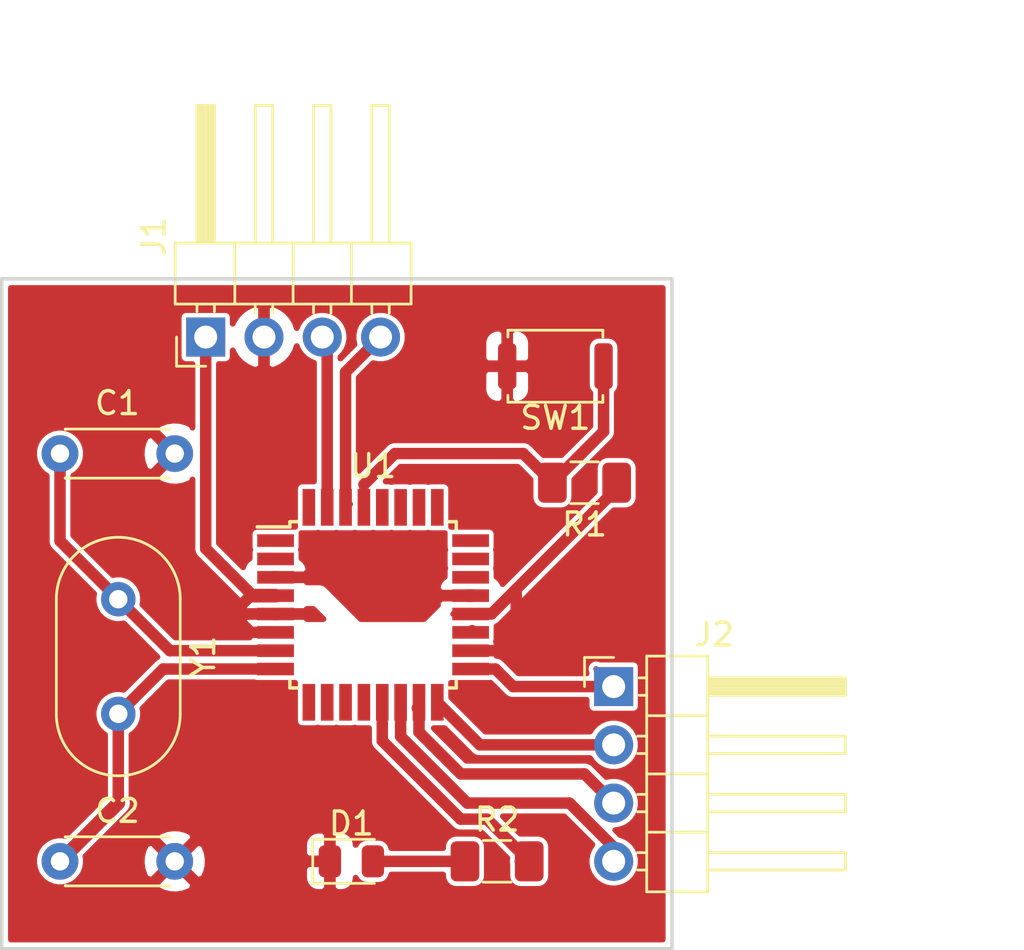
<source format=kicad_pcb>
(kicad_pcb (version 20171130) (host pcbnew "(5.1.6-0)")

  (general
    (thickness 1.6)
    (drawings 6)
    (tracks 63)
    (zones 0)
    (modules 10)
    (nets 29)
  )

  (page A4)
  (layers
    (0 F.Cu signal)
    (31 B.Cu signal)
    (32 B.Adhes user)
    (33 F.Adhes user)
    (34 B.Paste user)
    (35 F.Paste user)
    (36 B.SilkS user)
    (37 F.SilkS user)
    (38 B.Mask user)
    (39 F.Mask user)
    (40 Dwgs.User user)
    (41 Cmts.User user)
    (42 Eco1.User user)
    (43 Eco2.User user)
    (44 Edge.Cuts user)
    (45 Margin user)
    (46 B.CrtYd user)
    (47 F.CrtYd user)
    (48 B.Fab user)
    (49 F.Fab user)
  )

  (setup
    (last_trace_width 0.5)
    (trace_clearance 0.2)
    (zone_clearance 0.2)
    (zone_45_only no)
    (trace_min 0.2)
    (via_size 0.8)
    (via_drill 0.4)
    (via_min_size 0.4)
    (via_min_drill 0.3)
    (uvia_size 0.3)
    (uvia_drill 0.1)
    (uvias_allowed no)
    (uvia_min_size 0.2)
    (uvia_min_drill 0.1)
    (edge_width 0.05)
    (segment_width 0.2)
    (pcb_text_width 0.3)
    (pcb_text_size 1.5 1.5)
    (mod_edge_width 0.12)
    (mod_text_size 1 1)
    (mod_text_width 0.15)
    (pad_size 1.524 1.524)
    (pad_drill 0.762)
    (pad_to_mask_clearance 0.05)
    (aux_axis_origin 138.43 53.34)
    (visible_elements FFFFFF7F)
    (pcbplotparams
      (layerselection 0x00000_7fffffff)
      (usegerberextensions false)
      (usegerberattributes true)
      (usegerberadvancedattributes false)
      (creategerberjobfile false)
      (excludeedgelayer true)
      (linewidth 0.100000)
      (plotframeref false)
      (viasonmask false)
      (mode 1)
      (useauxorigin true)
      (hpglpennumber 1)
      (hpglpenspeed 20)
      (hpglpendiameter 15.000000)
      (psnegative false)
      (psa4output false)
      (plotreference true)
      (plotvalue true)
      (plotinvisibletext false)
      (padsonsilk false)
      (subtractmaskfromsilk false)
      (outputformat 1)
      (mirror false)
      (drillshape 0)
      (scaleselection 1)
      (outputdirectory ""))
  )

  (net 0 "")
  (net 1 GND)
  (net 2 "Net-(C1-Pad1)")
  (net 3 "Net-(C2-Pad1)")
  (net 4 "Net-(D1-Pad2)")
  (net 5 Tx)
  (net 6 Rx)
  (net 7 +5V)
  (net 8 "Net-(R2-Pad2)")
  (net 9 "Net-(R1-Pad2)")
  (net 10 "Net-(U1-Pad32)")
  (net 11 "Net-(U1-Pad28)")
  (net 12 "Net-(U1-Pad27)")
  (net 13 "Net-(U1-Pad26)")
  (net 14 "Net-(U1-Pad25)")
  (net 15 "Net-(U1-Pad24)")
  (net 16 "Net-(U1-Pad23)")
  (net 17 "Net-(U1-Pad22)")
  (net 18 "Net-(U1-Pad19)")
  (net 19 "Net-(U1-Pad12)")
  (net 20 "Net-(U1-Pad11)")
  (net 21 "Net-(U1-Pad10)")
  (net 22 "Net-(U1-Pad9)")
  (net 23 "Net-(U1-Pad2)")
  (net 24 "Net-(U1-Pad1)")
  (net 25 CLK)
  (net 26 MISO)
  (net 27 MOSI)
  (net 28 SS)

  (net_class Default "This is the default net class."
    (clearance 0.2)
    (trace_width 0.5)
    (via_dia 0.8)
    (via_drill 0.4)
    (uvia_dia 0.3)
    (uvia_drill 0.1)
    (add_net +5V)
    (add_net CLK)
    (add_net GND)
    (add_net MISO)
    (add_net MOSI)
    (add_net "Net-(C1-Pad1)")
    (add_net "Net-(C2-Pad1)")
    (add_net "Net-(D1-Pad2)")
    (add_net "Net-(R1-Pad2)")
    (add_net "Net-(R2-Pad2)")
    (add_net "Net-(U1-Pad1)")
    (add_net "Net-(U1-Pad10)")
    (add_net "Net-(U1-Pad11)")
    (add_net "Net-(U1-Pad12)")
    (add_net "Net-(U1-Pad19)")
    (add_net "Net-(U1-Pad2)")
    (add_net "Net-(U1-Pad22)")
    (add_net "Net-(U1-Pad23)")
    (add_net "Net-(U1-Pad24)")
    (add_net "Net-(U1-Pad25)")
    (add_net "Net-(U1-Pad26)")
    (add_net "Net-(U1-Pad27)")
    (add_net "Net-(U1-Pad28)")
    (add_net "Net-(U1-Pad32)")
    (add_net "Net-(U1-Pad9)")
    (add_net Rx)
    (add_net SS)
    (add_net Tx)
  )

  (module Package_QFP:TQFP-32_7x7mm_P0.8mm (layer F.Cu) (tedit 5A02F146) (tstamp 5FF53E82)
    (at 154.615001 38.345001)
    (descr "32-Lead Plastic Thin Quad Flatpack (PT) - 7x7x1.0 mm Body, 2.00 mm [TQFP] (see Microchip Packaging Specification 00000049BS.pdf)")
    (tags "QFP 0.8")
    (path /5FF63EB2)
    (attr smd)
    (fp_text reference U1 (at 0 -6.05) (layer F.SilkS)
      (effects (font (size 1 1) (thickness 0.15)))
    )
    (fp_text value ATmega328PU-TH_CMS (at 0 6.05) (layer F.Fab)
      (effects (font (size 1 1) (thickness 0.15)))
    )
    (fp_line (start -3.625 -3.4) (end -5.05 -3.4) (layer F.SilkS) (width 0.15))
    (fp_line (start 3.625 -3.625) (end 3.3 -3.625) (layer F.SilkS) (width 0.15))
    (fp_line (start 3.625 3.625) (end 3.3 3.625) (layer F.SilkS) (width 0.15))
    (fp_line (start -3.625 3.625) (end -3.3 3.625) (layer F.SilkS) (width 0.15))
    (fp_line (start -3.625 -3.625) (end -3.3 -3.625) (layer F.SilkS) (width 0.15))
    (fp_line (start -3.625 3.625) (end -3.625 3.3) (layer F.SilkS) (width 0.15))
    (fp_line (start 3.625 3.625) (end 3.625 3.3) (layer F.SilkS) (width 0.15))
    (fp_line (start 3.625 -3.625) (end 3.625 -3.3) (layer F.SilkS) (width 0.15))
    (fp_line (start -3.625 -3.625) (end -3.625 -3.4) (layer F.SilkS) (width 0.15))
    (fp_line (start -5.3 5.3) (end 5.3 5.3) (layer F.CrtYd) (width 0.05))
    (fp_line (start -5.3 -5.3) (end 5.3 -5.3) (layer F.CrtYd) (width 0.05))
    (fp_line (start 5.3 -5.3) (end 5.3 5.3) (layer F.CrtYd) (width 0.05))
    (fp_line (start -5.3 -5.3) (end -5.3 5.3) (layer F.CrtYd) (width 0.05))
    (fp_line (start -3.5 -2.5) (end -2.5 -3.5) (layer F.Fab) (width 0.15))
    (fp_line (start -3.5 3.5) (end -3.5 -2.5) (layer F.Fab) (width 0.15))
    (fp_line (start 3.5 3.5) (end -3.5 3.5) (layer F.Fab) (width 0.15))
    (fp_line (start 3.5 -3.5) (end 3.5 3.5) (layer F.Fab) (width 0.15))
    (fp_line (start -2.5 -3.5) (end 3.5 -3.5) (layer F.Fab) (width 0.15))
    (fp_text user %R (at 0 0) (layer F.Fab)
      (effects (font (size 1 1) (thickness 0.15)))
    )
    (pad 32 smd rect (at -2.8 -4.25 90) (size 1.6 0.55) (layers F.Cu F.Paste F.Mask)
      (net 10 "Net-(U1-Pad32)"))
    (pad 31 smd rect (at -2 -4.25 90) (size 1.6 0.55) (layers F.Cu F.Paste F.Mask)
      (net 5 Tx))
    (pad 30 smd rect (at -1.2 -4.25 90) (size 1.6 0.55) (layers F.Cu F.Paste F.Mask)
      (net 6 Rx))
    (pad 29 smd rect (at -0.4 -4.25 90) (size 1.6 0.55) (layers F.Cu F.Paste F.Mask)
      (net 9 "Net-(R1-Pad2)"))
    (pad 28 smd rect (at 0.4 -4.25 90) (size 1.6 0.55) (layers F.Cu F.Paste F.Mask)
      (net 11 "Net-(U1-Pad28)"))
    (pad 27 smd rect (at 1.2 -4.25 90) (size 1.6 0.55) (layers F.Cu F.Paste F.Mask)
      (net 12 "Net-(U1-Pad27)"))
    (pad 26 smd rect (at 2 -4.25 90) (size 1.6 0.55) (layers F.Cu F.Paste F.Mask)
      (net 13 "Net-(U1-Pad26)"))
    (pad 25 smd rect (at 2.8 -4.25 90) (size 1.6 0.55) (layers F.Cu F.Paste F.Mask)
      (net 14 "Net-(U1-Pad25)"))
    (pad 24 smd rect (at 4.25 -2.8) (size 1.6 0.55) (layers F.Cu F.Paste F.Mask)
      (net 15 "Net-(U1-Pad24)"))
    (pad 23 smd rect (at 4.25 -2) (size 1.6 0.55) (layers F.Cu F.Paste F.Mask)
      (net 16 "Net-(U1-Pad23)"))
    (pad 22 smd rect (at 4.25 -1.2) (size 1.6 0.55) (layers F.Cu F.Paste F.Mask)
      (net 17 "Net-(U1-Pad22)"))
    (pad 21 smd rect (at 4.25 -0.4) (size 1.6 0.55) (layers F.Cu F.Paste F.Mask)
      (net 1 GND))
    (pad 20 smd rect (at 4.25 0.4) (size 1.6 0.55) (layers F.Cu F.Paste F.Mask)
      (net 7 +5V))
    (pad 19 smd rect (at 4.25 1.2) (size 1.6 0.55) (layers F.Cu F.Paste F.Mask)
      (net 18 "Net-(U1-Pad19)"))
    (pad 18 smd rect (at 4.25 2) (size 1.6 0.55) (layers F.Cu F.Paste F.Mask)
      (net 7 +5V))
    (pad 17 smd rect (at 4.25 2.8) (size 1.6 0.55) (layers F.Cu F.Paste F.Mask)
      (net 25 CLK))
    (pad 16 smd rect (at 2.8 4.25 90) (size 1.6 0.55) (layers F.Cu F.Paste F.Mask)
      (net 26 MISO))
    (pad 15 smd rect (at 2 4.25 90) (size 1.6 0.55) (layers F.Cu F.Paste F.Mask)
      (net 27 MOSI))
    (pad 14 smd rect (at 1.2 4.25 90) (size 1.6 0.55) (layers F.Cu F.Paste F.Mask)
      (net 28 SS))
    (pad 13 smd rect (at 0.4 4.25 90) (size 1.6 0.55) (layers F.Cu F.Paste F.Mask)
      (net 8 "Net-(R2-Pad2)"))
    (pad 12 smd rect (at -0.4 4.25 90) (size 1.6 0.55) (layers F.Cu F.Paste F.Mask)
      (net 19 "Net-(U1-Pad12)"))
    (pad 11 smd rect (at -1.2 4.25 90) (size 1.6 0.55) (layers F.Cu F.Paste F.Mask)
      (net 20 "Net-(U1-Pad11)"))
    (pad 10 smd rect (at -2 4.25 90) (size 1.6 0.55) (layers F.Cu F.Paste F.Mask)
      (net 21 "Net-(U1-Pad10)"))
    (pad 9 smd rect (at -2.8 4.25 90) (size 1.6 0.55) (layers F.Cu F.Paste F.Mask)
      (net 22 "Net-(U1-Pad9)"))
    (pad 8 smd rect (at -4.25 2.8) (size 1.6 0.55) (layers F.Cu F.Paste F.Mask)
      (net 3 "Net-(C2-Pad1)"))
    (pad 7 smd rect (at -4.25 2) (size 1.6 0.55) (layers F.Cu F.Paste F.Mask)
      (net 2 "Net-(C1-Pad1)"))
    (pad 6 smd rect (at -4.25 1.2) (size 1.6 0.55) (layers F.Cu F.Paste F.Mask)
      (net 7 +5V))
    (pad 5 smd rect (at -4.25 0.4) (size 1.6 0.55) (layers F.Cu F.Paste F.Mask)
      (net 1 GND))
    (pad 4 smd rect (at -4.25 -0.4) (size 1.6 0.55) (layers F.Cu F.Paste F.Mask)
      (net 7 +5V))
    (pad 3 smd rect (at -4.25 -1.2) (size 1.6 0.55) (layers F.Cu F.Paste F.Mask)
      (net 1 GND))
    (pad 2 smd rect (at -4.25 -2) (size 1.6 0.55) (layers F.Cu F.Paste F.Mask)
      (net 23 "Net-(U1-Pad2)"))
    (pad 1 smd rect (at -4.25 -2.8) (size 1.6 0.55) (layers F.Cu F.Paste F.Mask)
      (net 24 "Net-(U1-Pad1)"))
    (model ${KISYS3DMOD}/Package_QFP.3dshapes/TQFP-32_7x7mm_P0.8mm.wrl
      (at (xyz 0 0 0))
      (scale (xyz 1 1 1))
      (rotate (xyz 0 0 0))
    )
  )

  (module LED_SMD:LED_0805_2012Metric (layer F.Cu) (tedit 5B36C52C) (tstamp 5FF53DD7)
    (at 153.67 49.53)
    (descr "LED SMD 0805 (2012 Metric), square (rectangular) end terminal, IPC_7351 nominal, (Body size source: https://docs.google.com/spreadsheets/d/1BsfQQcO9C6DZCsRaXUlFlo91Tg2WpOkGARC1WS5S8t0/edit?usp=sharing), generated with kicad-footprint-generator")
    (tags diode)
    (path /5FF86D85)
    (attr smd)
    (fp_text reference D1 (at 0 -1.65) (layer F.SilkS)
      (effects (font (size 1 1) (thickness 0.15)))
    )
    (fp_text value LED (at 0 1.65) (layer F.Fab)
      (effects (font (size 1 1) (thickness 0.15)))
    )
    (fp_line (start 1.68 0.95) (end -1.68 0.95) (layer F.CrtYd) (width 0.05))
    (fp_line (start 1.68 -0.95) (end 1.68 0.95) (layer F.CrtYd) (width 0.05))
    (fp_line (start -1.68 -0.95) (end 1.68 -0.95) (layer F.CrtYd) (width 0.05))
    (fp_line (start -1.68 0.95) (end -1.68 -0.95) (layer F.CrtYd) (width 0.05))
    (fp_line (start -1.685 0.96) (end 1 0.96) (layer F.SilkS) (width 0.12))
    (fp_line (start -1.685 -0.96) (end -1.685 0.96) (layer F.SilkS) (width 0.12))
    (fp_line (start 1 -0.96) (end -1.685 -0.96) (layer F.SilkS) (width 0.12))
    (fp_line (start 1 0.6) (end 1 -0.6) (layer F.Fab) (width 0.1))
    (fp_line (start -1 0.6) (end 1 0.6) (layer F.Fab) (width 0.1))
    (fp_line (start -1 -0.3) (end -1 0.6) (layer F.Fab) (width 0.1))
    (fp_line (start -0.7 -0.6) (end -1 -0.3) (layer F.Fab) (width 0.1))
    (fp_line (start 1 -0.6) (end -0.7 -0.6) (layer F.Fab) (width 0.1))
    (fp_text user %R (at 0 0) (layer F.Fab)
      (effects (font (size 0.5 0.5) (thickness 0.08)))
    )
    (pad 2 smd roundrect (at 0.9375 0) (size 0.975 1.4) (layers F.Cu F.Paste F.Mask) (roundrect_rratio 0.25)
      (net 4 "Net-(D1-Pad2)"))
    (pad 1 smd roundrect (at -0.9375 0) (size 0.975 1.4) (layers F.Cu F.Paste F.Mask) (roundrect_rratio 0.25)
      (net 1 GND))
    (model ${KISYS3DMOD}/LED_SMD.3dshapes/LED_0805_2012Metric.wrl
      (at (xyz 0 0 0))
      (scale (xyz 1 1 1))
      (rotate (xyz 0 0 0))
    )
  )

  (module Connector_PinHeader_2.54mm:PinHeader_1x04_P2.54mm_Horizontal (layer F.Cu) (tedit 59FED5CB) (tstamp 5FF562DF)
    (at 165.1 41.91)
    (descr "Through hole angled pin header, 1x04, 2.54mm pitch, 6mm pin length, single row")
    (tags "Through hole angled pin header THT 1x04 2.54mm single row")
    (path /5FFC556F)
    (fp_text reference J2 (at 4.385 -2.27) (layer F.SilkS)
      (effects (font (size 1 1) (thickness 0.15)))
    )
    (fp_text value SPI (at 4.385 9.89) (layer F.Fab)
      (effects (font (size 1 1) (thickness 0.15)))
    )
    (fp_line (start 10.55 -1.8) (end -1.8 -1.8) (layer F.CrtYd) (width 0.05))
    (fp_line (start 10.55 9.4) (end 10.55 -1.8) (layer F.CrtYd) (width 0.05))
    (fp_line (start -1.8 9.4) (end 10.55 9.4) (layer F.CrtYd) (width 0.05))
    (fp_line (start -1.8 -1.8) (end -1.8 9.4) (layer F.CrtYd) (width 0.05))
    (fp_line (start -1.27 -1.27) (end 0 -1.27) (layer F.SilkS) (width 0.12))
    (fp_line (start -1.27 0) (end -1.27 -1.27) (layer F.SilkS) (width 0.12))
    (fp_line (start 1.042929 8) (end 1.44 8) (layer F.SilkS) (width 0.12))
    (fp_line (start 1.042929 7.24) (end 1.44 7.24) (layer F.SilkS) (width 0.12))
    (fp_line (start 10.1 8) (end 4.1 8) (layer F.SilkS) (width 0.12))
    (fp_line (start 10.1 7.24) (end 10.1 8) (layer F.SilkS) (width 0.12))
    (fp_line (start 4.1 7.24) (end 10.1 7.24) (layer F.SilkS) (width 0.12))
    (fp_line (start 1.44 6.35) (end 4.1 6.35) (layer F.SilkS) (width 0.12))
    (fp_line (start 1.042929 5.46) (end 1.44 5.46) (layer F.SilkS) (width 0.12))
    (fp_line (start 1.042929 4.7) (end 1.44 4.7) (layer F.SilkS) (width 0.12))
    (fp_line (start 10.1 5.46) (end 4.1 5.46) (layer F.SilkS) (width 0.12))
    (fp_line (start 10.1 4.7) (end 10.1 5.46) (layer F.SilkS) (width 0.12))
    (fp_line (start 4.1 4.7) (end 10.1 4.7) (layer F.SilkS) (width 0.12))
    (fp_line (start 1.44 3.81) (end 4.1 3.81) (layer F.SilkS) (width 0.12))
    (fp_line (start 1.042929 2.92) (end 1.44 2.92) (layer F.SilkS) (width 0.12))
    (fp_line (start 1.042929 2.16) (end 1.44 2.16) (layer F.SilkS) (width 0.12))
    (fp_line (start 10.1 2.92) (end 4.1 2.92) (layer F.SilkS) (width 0.12))
    (fp_line (start 10.1 2.16) (end 10.1 2.92) (layer F.SilkS) (width 0.12))
    (fp_line (start 4.1 2.16) (end 10.1 2.16) (layer F.SilkS) (width 0.12))
    (fp_line (start 1.44 1.27) (end 4.1 1.27) (layer F.SilkS) (width 0.12))
    (fp_line (start 1.11 0.38) (end 1.44 0.38) (layer F.SilkS) (width 0.12))
    (fp_line (start 1.11 -0.38) (end 1.44 -0.38) (layer F.SilkS) (width 0.12))
    (fp_line (start 4.1 0.28) (end 10.1 0.28) (layer F.SilkS) (width 0.12))
    (fp_line (start 4.1 0.16) (end 10.1 0.16) (layer F.SilkS) (width 0.12))
    (fp_line (start 4.1 0.04) (end 10.1 0.04) (layer F.SilkS) (width 0.12))
    (fp_line (start 4.1 -0.08) (end 10.1 -0.08) (layer F.SilkS) (width 0.12))
    (fp_line (start 4.1 -0.2) (end 10.1 -0.2) (layer F.SilkS) (width 0.12))
    (fp_line (start 4.1 -0.32) (end 10.1 -0.32) (layer F.SilkS) (width 0.12))
    (fp_line (start 10.1 0.38) (end 4.1 0.38) (layer F.SilkS) (width 0.12))
    (fp_line (start 10.1 -0.38) (end 10.1 0.38) (layer F.SilkS) (width 0.12))
    (fp_line (start 4.1 -0.38) (end 10.1 -0.38) (layer F.SilkS) (width 0.12))
    (fp_line (start 4.1 -1.33) (end 1.44 -1.33) (layer F.SilkS) (width 0.12))
    (fp_line (start 4.1 8.95) (end 4.1 -1.33) (layer F.SilkS) (width 0.12))
    (fp_line (start 1.44 8.95) (end 4.1 8.95) (layer F.SilkS) (width 0.12))
    (fp_line (start 1.44 -1.33) (end 1.44 8.95) (layer F.SilkS) (width 0.12))
    (fp_line (start 4.04 7.94) (end 10.04 7.94) (layer F.Fab) (width 0.1))
    (fp_line (start 10.04 7.3) (end 10.04 7.94) (layer F.Fab) (width 0.1))
    (fp_line (start 4.04 7.3) (end 10.04 7.3) (layer F.Fab) (width 0.1))
    (fp_line (start -0.32 7.94) (end 1.5 7.94) (layer F.Fab) (width 0.1))
    (fp_line (start -0.32 7.3) (end -0.32 7.94) (layer F.Fab) (width 0.1))
    (fp_line (start -0.32 7.3) (end 1.5 7.3) (layer F.Fab) (width 0.1))
    (fp_line (start 4.04 5.4) (end 10.04 5.4) (layer F.Fab) (width 0.1))
    (fp_line (start 10.04 4.76) (end 10.04 5.4) (layer F.Fab) (width 0.1))
    (fp_line (start 4.04 4.76) (end 10.04 4.76) (layer F.Fab) (width 0.1))
    (fp_line (start -0.32 5.4) (end 1.5 5.4) (layer F.Fab) (width 0.1))
    (fp_line (start -0.32 4.76) (end -0.32 5.4) (layer F.Fab) (width 0.1))
    (fp_line (start -0.32 4.76) (end 1.5 4.76) (layer F.Fab) (width 0.1))
    (fp_line (start 4.04 2.86) (end 10.04 2.86) (layer F.Fab) (width 0.1))
    (fp_line (start 10.04 2.22) (end 10.04 2.86) (layer F.Fab) (width 0.1))
    (fp_line (start 4.04 2.22) (end 10.04 2.22) (layer F.Fab) (width 0.1))
    (fp_line (start -0.32 2.86) (end 1.5 2.86) (layer F.Fab) (width 0.1))
    (fp_line (start -0.32 2.22) (end -0.32 2.86) (layer F.Fab) (width 0.1))
    (fp_line (start -0.32 2.22) (end 1.5 2.22) (layer F.Fab) (width 0.1))
    (fp_line (start 4.04 0.32) (end 10.04 0.32) (layer F.Fab) (width 0.1))
    (fp_line (start 10.04 -0.32) (end 10.04 0.32) (layer F.Fab) (width 0.1))
    (fp_line (start 4.04 -0.32) (end 10.04 -0.32) (layer F.Fab) (width 0.1))
    (fp_line (start -0.32 0.32) (end 1.5 0.32) (layer F.Fab) (width 0.1))
    (fp_line (start -0.32 -0.32) (end -0.32 0.32) (layer F.Fab) (width 0.1))
    (fp_line (start -0.32 -0.32) (end 1.5 -0.32) (layer F.Fab) (width 0.1))
    (fp_line (start 1.5 -0.635) (end 2.135 -1.27) (layer F.Fab) (width 0.1))
    (fp_line (start 1.5 8.89) (end 1.5 -0.635) (layer F.Fab) (width 0.1))
    (fp_line (start 4.04 8.89) (end 1.5 8.89) (layer F.Fab) (width 0.1))
    (fp_line (start 4.04 -1.27) (end 4.04 8.89) (layer F.Fab) (width 0.1))
    (fp_line (start 2.135 -1.27) (end 4.04 -1.27) (layer F.Fab) (width 0.1))
    (fp_text user %R (at 2.77 3.81 90) (layer F.Fab)
      (effects (font (size 1 1) (thickness 0.15)))
    )
    (pad 4 thru_hole oval (at 0 7.62) (size 1.7 1.7) (drill 1) (layers *.Cu *.Mask)
      (net 28 SS))
    (pad 3 thru_hole oval (at 0 5.08) (size 1.7 1.7) (drill 1) (layers *.Cu *.Mask)
      (net 27 MOSI))
    (pad 2 thru_hole oval (at 0 2.54) (size 1.7 1.7) (drill 1) (layers *.Cu *.Mask)
      (net 26 MISO))
    (pad 1 thru_hole rect (at 0 0) (size 1.7 1.7) (drill 1) (layers *.Cu *.Mask)
      (net 25 CLK))
    (model ${KISYS3DMOD}/Connector_PinHeader_2.54mm.3dshapes/PinHeader_1x04_P2.54mm_Horizontal.wrl
      (at (xyz 0 0 0))
      (scale (xyz 1 1 1))
      (rotate (xyz 0 0 0))
    )
  )

  (module Connector_PinHeader_2.54mm:PinHeader_1x04_P2.54mm_Horizontal (layer F.Cu) (tedit 59FED5CB) (tstamp 5FF56292)
    (at 147.32 26.67 90)
    (descr "Through hole angled pin header, 1x04, 2.54mm pitch, 6mm pin length, single row")
    (tags "Through hole angled pin header THT 1x04 2.54mm single row")
    (path /5FFCCB2A)
    (fp_text reference J1 (at 4.385 -2.27 90) (layer F.SilkS)
      (effects (font (size 1 1) (thickness 0.15)))
    )
    (fp_text value UART (at 4.385 9.89 90) (layer F.Fab)
      (effects (font (size 1 1) (thickness 0.15)))
    )
    (fp_line (start 10.55 -1.8) (end -1.8 -1.8) (layer F.CrtYd) (width 0.05))
    (fp_line (start 10.55 9.4) (end 10.55 -1.8) (layer F.CrtYd) (width 0.05))
    (fp_line (start -1.8 9.4) (end 10.55 9.4) (layer F.CrtYd) (width 0.05))
    (fp_line (start -1.8 -1.8) (end -1.8 9.4) (layer F.CrtYd) (width 0.05))
    (fp_line (start -1.27 -1.27) (end 0 -1.27) (layer F.SilkS) (width 0.12))
    (fp_line (start -1.27 0) (end -1.27 -1.27) (layer F.SilkS) (width 0.12))
    (fp_line (start 1.042929 8) (end 1.44 8) (layer F.SilkS) (width 0.12))
    (fp_line (start 1.042929 7.24) (end 1.44 7.24) (layer F.SilkS) (width 0.12))
    (fp_line (start 10.1 8) (end 4.1 8) (layer F.SilkS) (width 0.12))
    (fp_line (start 10.1 7.24) (end 10.1 8) (layer F.SilkS) (width 0.12))
    (fp_line (start 4.1 7.24) (end 10.1 7.24) (layer F.SilkS) (width 0.12))
    (fp_line (start 1.44 6.35) (end 4.1 6.35) (layer F.SilkS) (width 0.12))
    (fp_line (start 1.042929 5.46) (end 1.44 5.46) (layer F.SilkS) (width 0.12))
    (fp_line (start 1.042929 4.7) (end 1.44 4.7) (layer F.SilkS) (width 0.12))
    (fp_line (start 10.1 5.46) (end 4.1 5.46) (layer F.SilkS) (width 0.12))
    (fp_line (start 10.1 4.7) (end 10.1 5.46) (layer F.SilkS) (width 0.12))
    (fp_line (start 4.1 4.7) (end 10.1 4.7) (layer F.SilkS) (width 0.12))
    (fp_line (start 1.44 3.81) (end 4.1 3.81) (layer F.SilkS) (width 0.12))
    (fp_line (start 1.042929 2.92) (end 1.44 2.92) (layer F.SilkS) (width 0.12))
    (fp_line (start 1.042929 2.16) (end 1.44 2.16) (layer F.SilkS) (width 0.12))
    (fp_line (start 10.1 2.92) (end 4.1 2.92) (layer F.SilkS) (width 0.12))
    (fp_line (start 10.1 2.16) (end 10.1 2.92) (layer F.SilkS) (width 0.12))
    (fp_line (start 4.1 2.16) (end 10.1 2.16) (layer F.SilkS) (width 0.12))
    (fp_line (start 1.44 1.27) (end 4.1 1.27) (layer F.SilkS) (width 0.12))
    (fp_line (start 1.11 0.38) (end 1.44 0.38) (layer F.SilkS) (width 0.12))
    (fp_line (start 1.11 -0.38) (end 1.44 -0.38) (layer F.SilkS) (width 0.12))
    (fp_line (start 4.1 0.28) (end 10.1 0.28) (layer F.SilkS) (width 0.12))
    (fp_line (start 4.1 0.16) (end 10.1 0.16) (layer F.SilkS) (width 0.12))
    (fp_line (start 4.1 0.04) (end 10.1 0.04) (layer F.SilkS) (width 0.12))
    (fp_line (start 4.1 -0.08) (end 10.1 -0.08) (layer F.SilkS) (width 0.12))
    (fp_line (start 4.1 -0.2) (end 10.1 -0.2) (layer F.SilkS) (width 0.12))
    (fp_line (start 4.1 -0.32) (end 10.1 -0.32) (layer F.SilkS) (width 0.12))
    (fp_line (start 10.1 0.38) (end 4.1 0.38) (layer F.SilkS) (width 0.12))
    (fp_line (start 10.1 -0.38) (end 10.1 0.38) (layer F.SilkS) (width 0.12))
    (fp_line (start 4.1 -0.38) (end 10.1 -0.38) (layer F.SilkS) (width 0.12))
    (fp_line (start 4.1 -1.33) (end 1.44 -1.33) (layer F.SilkS) (width 0.12))
    (fp_line (start 4.1 8.95) (end 4.1 -1.33) (layer F.SilkS) (width 0.12))
    (fp_line (start 1.44 8.95) (end 4.1 8.95) (layer F.SilkS) (width 0.12))
    (fp_line (start 1.44 -1.33) (end 1.44 8.95) (layer F.SilkS) (width 0.12))
    (fp_line (start 4.04 7.94) (end 10.04 7.94) (layer F.Fab) (width 0.1))
    (fp_line (start 10.04 7.3) (end 10.04 7.94) (layer F.Fab) (width 0.1))
    (fp_line (start 4.04 7.3) (end 10.04 7.3) (layer F.Fab) (width 0.1))
    (fp_line (start -0.32 7.94) (end 1.5 7.94) (layer F.Fab) (width 0.1))
    (fp_line (start -0.32 7.3) (end -0.32 7.94) (layer F.Fab) (width 0.1))
    (fp_line (start -0.32 7.3) (end 1.5 7.3) (layer F.Fab) (width 0.1))
    (fp_line (start 4.04 5.4) (end 10.04 5.4) (layer F.Fab) (width 0.1))
    (fp_line (start 10.04 4.76) (end 10.04 5.4) (layer F.Fab) (width 0.1))
    (fp_line (start 4.04 4.76) (end 10.04 4.76) (layer F.Fab) (width 0.1))
    (fp_line (start -0.32 5.4) (end 1.5 5.4) (layer F.Fab) (width 0.1))
    (fp_line (start -0.32 4.76) (end -0.32 5.4) (layer F.Fab) (width 0.1))
    (fp_line (start -0.32 4.76) (end 1.5 4.76) (layer F.Fab) (width 0.1))
    (fp_line (start 4.04 2.86) (end 10.04 2.86) (layer F.Fab) (width 0.1))
    (fp_line (start 10.04 2.22) (end 10.04 2.86) (layer F.Fab) (width 0.1))
    (fp_line (start 4.04 2.22) (end 10.04 2.22) (layer F.Fab) (width 0.1))
    (fp_line (start -0.32 2.86) (end 1.5 2.86) (layer F.Fab) (width 0.1))
    (fp_line (start -0.32 2.22) (end -0.32 2.86) (layer F.Fab) (width 0.1))
    (fp_line (start -0.32 2.22) (end 1.5 2.22) (layer F.Fab) (width 0.1))
    (fp_line (start 4.04 0.32) (end 10.04 0.32) (layer F.Fab) (width 0.1))
    (fp_line (start 10.04 -0.32) (end 10.04 0.32) (layer F.Fab) (width 0.1))
    (fp_line (start 4.04 -0.32) (end 10.04 -0.32) (layer F.Fab) (width 0.1))
    (fp_line (start -0.32 0.32) (end 1.5 0.32) (layer F.Fab) (width 0.1))
    (fp_line (start -0.32 -0.32) (end -0.32 0.32) (layer F.Fab) (width 0.1))
    (fp_line (start -0.32 -0.32) (end 1.5 -0.32) (layer F.Fab) (width 0.1))
    (fp_line (start 1.5 -0.635) (end 2.135 -1.27) (layer F.Fab) (width 0.1))
    (fp_line (start 1.5 8.89) (end 1.5 -0.635) (layer F.Fab) (width 0.1))
    (fp_line (start 4.04 8.89) (end 1.5 8.89) (layer F.Fab) (width 0.1))
    (fp_line (start 4.04 -1.27) (end 4.04 8.89) (layer F.Fab) (width 0.1))
    (fp_line (start 2.135 -1.27) (end 4.04 -1.27) (layer F.Fab) (width 0.1))
    (fp_text user %R (at 2.77 3.81) (layer F.Fab)
      (effects (font (size 1 1) (thickness 0.15)))
    )
    (pad 4 thru_hole oval (at 0 7.62 90) (size 1.7 1.7) (drill 1) (layers *.Cu *.Mask)
      (net 6 Rx))
    (pad 3 thru_hole oval (at 0 5.08 90) (size 1.7 1.7) (drill 1) (layers *.Cu *.Mask)
      (net 5 Tx))
    (pad 2 thru_hole oval (at 0 2.54 90) (size 1.7 1.7) (drill 1) (layers *.Cu *.Mask)
      (net 1 GND))
    (pad 1 thru_hole rect (at 0 0 90) (size 1.7 1.7) (drill 1) (layers *.Cu *.Mask)
      (net 7 +5V))
    (model ${KISYS3DMOD}/Connector_PinHeader_2.54mm.3dshapes/PinHeader_1x04_P2.54mm_Horizontal.wrl
      (at (xyz 0 0 0))
      (scale (xyz 1 1 1))
      (rotate (xyz 0 0 0))
    )
  )

  (module Resistor_SMD:R_1206_3216Metric (layer F.Cu) (tedit 5B301BBD) (tstamp 5FF549B3)
    (at 163.83 33.02 180)
    (descr "Resistor SMD 1206 (3216 Metric), square (rectangular) end terminal, IPC_7351 nominal, (Body size source: http://www.tortai-tech.com/upload/download/2011102023233369053.pdf), generated with kicad-footprint-generator")
    (tags resistor)
    (path /5FF69608)
    (attr smd)
    (fp_text reference R1 (at 0 -1.82) (layer F.SilkS)
      (effects (font (size 1 1) (thickness 0.15)))
    )
    (fp_text value 12k (at 0 1.82) (layer F.Fab)
      (effects (font (size 1 1) (thickness 0.15)))
    )
    (fp_line (start 2.28 1.12) (end -2.28 1.12) (layer F.CrtYd) (width 0.05))
    (fp_line (start 2.28 -1.12) (end 2.28 1.12) (layer F.CrtYd) (width 0.05))
    (fp_line (start -2.28 -1.12) (end 2.28 -1.12) (layer F.CrtYd) (width 0.05))
    (fp_line (start -2.28 1.12) (end -2.28 -1.12) (layer F.CrtYd) (width 0.05))
    (fp_line (start -0.602064 0.91) (end 0.602064 0.91) (layer F.SilkS) (width 0.12))
    (fp_line (start -0.602064 -0.91) (end 0.602064 -0.91) (layer F.SilkS) (width 0.12))
    (fp_line (start 1.6 0.8) (end -1.6 0.8) (layer F.Fab) (width 0.1))
    (fp_line (start 1.6 -0.8) (end 1.6 0.8) (layer F.Fab) (width 0.1))
    (fp_line (start -1.6 -0.8) (end 1.6 -0.8) (layer F.Fab) (width 0.1))
    (fp_line (start -1.6 0.8) (end -1.6 -0.8) (layer F.Fab) (width 0.1))
    (fp_text user %R (at 0 0) (layer F.Fab)
      (effects (font (size 0.8 0.8) (thickness 0.12)))
    )
    (pad 2 smd roundrect (at 1.4 0 180) (size 1.25 1.75) (layers F.Cu F.Paste F.Mask) (roundrect_rratio 0.2)
      (net 9 "Net-(R1-Pad2)"))
    (pad 1 smd roundrect (at -1.4 0 180) (size 1.25 1.75) (layers F.Cu F.Paste F.Mask) (roundrect_rratio 0.2)
      (net 7 +5V))
    (model ${KISYS3DMOD}/Resistor_SMD.3dshapes/R_1206_3216Metric.wrl
      (at (xyz 0 0 0))
      (scale (xyz 1 1 1))
      (rotate (xyz 0 0 0))
    )
  )

  (module Crystal:Resonator-2Pin_W10.0mm_H5.0mm (layer F.Cu) (tedit 5A0FD1B2) (tstamp 5FF53E99)
    (at 143.51 38.1 270)
    (descr "Ceramic Resomator/Filter 10.0x5.0 RedFrequency MG/MT/MX series, http://www.red-frequency.com/download/datenblatt/redfrequency-datenblatt-ir-zta.pdf, length*width=10.0x5.0mm^2 package, package length=10.0mm, package width=5.0mm, 2 pins")
    (tags "THT ceramic resonator filter")
    (path /5FF6EC2F)
    (fp_text reference Y1 (at 2.5 -3.7 90) (layer F.SilkS)
      (effects (font (size 1 1) (thickness 0.15)))
    )
    (fp_text value Crystal (at 2.5 3.7 90) (layer F.Fab)
      (effects (font (size 1 1) (thickness 0.15)))
    )
    (fp_line (start 8 -3) (end -3 -3) (layer F.CrtYd) (width 0.05))
    (fp_line (start 8 3) (end 8 -3) (layer F.CrtYd) (width 0.05))
    (fp_line (start -3 3) (end 8 3) (layer F.CrtYd) (width 0.05))
    (fp_line (start -3 -3) (end -3 3) (layer F.CrtYd) (width 0.05))
    (fp_line (start 0 2.7) (end 5 2.7) (layer F.SilkS) (width 0.12))
    (fp_line (start 0 -2.7) (end 5 -2.7) (layer F.SilkS) (width 0.12))
    (fp_line (start 0 2.5) (end 5 2.5) (layer F.Fab) (width 0.1))
    (fp_line (start 0 -2.5) (end 5 -2.5) (layer F.Fab) (width 0.1))
    (fp_line (start 0 2.5) (end 5 2.5) (layer F.Fab) (width 0.1))
    (fp_line (start 0 -2.5) (end 5 -2.5) (layer F.Fab) (width 0.1))
    (fp_arc (start 5 0) (end 5 -2.7) (angle 180) (layer F.SilkS) (width 0.12))
    (fp_arc (start 0 0) (end 0 -2.7) (angle -180) (layer F.SilkS) (width 0.12))
    (fp_arc (start 5 0) (end 5 -2.5) (angle 180) (layer F.Fab) (width 0.1))
    (fp_arc (start 0 0) (end 0 -2.5) (angle -180) (layer F.Fab) (width 0.1))
    (fp_arc (start 5 0) (end 5 -2.5) (angle 180) (layer F.Fab) (width 0.1))
    (fp_arc (start 0 0) (end 0 -2.5) (angle -180) (layer F.Fab) (width 0.1))
    (fp_text user %R (at 2.5 0 90) (layer F.Fab)
      (effects (font (size 1 1) (thickness 0.15)))
    )
    (pad 2 thru_hole circle (at 5 0 270) (size 1.5 1.5) (drill 0.8) (layers *.Cu *.Mask)
      (net 3 "Net-(C2-Pad1)"))
    (pad 1 thru_hole circle (at 0 0 270) (size 1.5 1.5) (drill 0.8) (layers *.Cu *.Mask)
      (net 2 "Net-(C1-Pad1)"))
    (model ${KISYS3DMOD}/Crystal.3dshapes/Resonator-2Pin_W10.0mm_H5.0mm.wrl
      (at (xyz 0 0 0))
      (scale (xyz 1 1 1))
      (rotate (xyz 0 0 0))
    )
  )

  (module Button_Switch_SMD:SW_Push_SPST_NO_Alps_SKRK (layer F.Cu) (tedit 5C2A8900) (tstamp 5FF53E4B)
    (at 162.56 27.94 180)
    (descr http://www.alps.com/prod/info/E/HTML/Tact/SurfaceMount/SKRK/SKRKAHE020.html)
    (tags "SMD SMT button")
    (path /5FF67F44)
    (attr smd)
    (fp_text reference SW1 (at 0 -2.25) (layer F.SilkS)
      (effects (font (size 1 1) (thickness 0.15)))
    )
    (fp_text value SW_Push (at 0 2.5) (layer F.Fab)
      (effects (font (size 1 1) (thickness 0.15)))
    )
    (fp_line (start 2.07 -1.57) (end 2.07 -1.27) (layer F.SilkS) (width 0.12))
    (fp_line (start -2.07 1.57) (end -2.07 1.27) (layer F.SilkS) (width 0.12))
    (fp_line (start 1.95 -1.45) (end 1.95 1.45) (layer F.Fab) (width 0.1))
    (fp_line (start -1.95 -1.45) (end 1.95 -1.45) (layer F.Fab) (width 0.1))
    (fp_line (start -1.95 1.45) (end -1.95 -1.45) (layer F.Fab) (width 0.1))
    (fp_line (start 1.95 1.45) (end -1.95 1.45) (layer F.Fab) (width 0.1))
    (fp_line (start -2.75 1.7) (end -2.75 -1.7) (layer F.CrtYd) (width 0.05))
    (fp_line (start 2.75 1.7) (end -2.75 1.7) (layer F.CrtYd) (width 0.05))
    (fp_line (start 2.75 -1.7) (end 2.75 1.7) (layer F.CrtYd) (width 0.05))
    (fp_line (start -2.75 -1.7) (end 2.75 -1.7) (layer F.CrtYd) (width 0.05))
    (fp_circle (center 0 0) (end 1 0) (layer F.Fab) (width 0.1))
    (fp_line (start -2.07 -1.27) (end -2.07 -1.57) (layer F.SilkS) (width 0.12))
    (fp_line (start 2.07 1.57) (end -2.07 1.57) (layer F.SilkS) (width 0.12))
    (fp_line (start 2.07 1.27) (end 2.07 1.57) (layer F.SilkS) (width 0.12))
    (fp_line (start -2.07 -1.57) (end 2.07 -1.57) (layer F.SilkS) (width 0.12))
    (fp_text user %R (at 0 0) (layer F.Fab)
      (effects (font (size 1 1) (thickness 0.15)))
    )
    (pad 1 smd roundrect (at -2.1 0 180) (size 0.8 2) (layers F.Cu F.Paste F.Mask) (roundrect_rratio 0.25)
      (net 9 "Net-(R1-Pad2)"))
    (pad 2 smd roundrect (at 2.1 0 180) (size 0.8 2) (layers F.Cu F.Paste F.Mask) (roundrect_rratio 0.25)
      (net 1 GND))
    (model ${KISYS3DMOD}/Button_Switch_SMD.3dshapes/SW_Push_SPST_NO_Alps_SKRK.wrl
      (at (xyz 0 0 0))
      (scale (xyz 1 1 1))
      (rotate (xyz 0 0 0))
    )
  )

  (module Resistor_SMD:R_1206_3216Metric (layer F.Cu) (tedit 5B301BBD) (tstamp 5FF53E35)
    (at 160.02 49.53)
    (descr "Resistor SMD 1206 (3216 Metric), square (rectangular) end terminal, IPC_7351 nominal, (Body size source: http://www.tortai-tech.com/upload/download/2011102023233369053.pdf), generated with kicad-footprint-generator")
    (tags resistor)
    (path /5FF89261)
    (attr smd)
    (fp_text reference R2 (at 0 -1.82) (layer F.SilkS)
      (effects (font (size 1 1) (thickness 0.15)))
    )
    (fp_text value 330 (at 0 1.82) (layer F.Fab)
      (effects (font (size 1 1) (thickness 0.15)))
    )
    (fp_line (start 2.28 1.12) (end -2.28 1.12) (layer F.CrtYd) (width 0.05))
    (fp_line (start 2.28 -1.12) (end 2.28 1.12) (layer F.CrtYd) (width 0.05))
    (fp_line (start -2.28 -1.12) (end 2.28 -1.12) (layer F.CrtYd) (width 0.05))
    (fp_line (start -2.28 1.12) (end -2.28 -1.12) (layer F.CrtYd) (width 0.05))
    (fp_line (start -0.602064 0.91) (end 0.602064 0.91) (layer F.SilkS) (width 0.12))
    (fp_line (start -0.602064 -0.91) (end 0.602064 -0.91) (layer F.SilkS) (width 0.12))
    (fp_line (start 1.6 0.8) (end -1.6 0.8) (layer F.Fab) (width 0.1))
    (fp_line (start 1.6 -0.8) (end 1.6 0.8) (layer F.Fab) (width 0.1))
    (fp_line (start -1.6 -0.8) (end 1.6 -0.8) (layer F.Fab) (width 0.1))
    (fp_line (start -1.6 0.8) (end -1.6 -0.8) (layer F.Fab) (width 0.1))
    (fp_text user %R (at 0 0) (layer F.Fab)
      (effects (font (size 0.8 0.8) (thickness 0.12)))
    )
    (pad 2 smd roundrect (at 1.4 0) (size 1.25 1.75) (layers F.Cu F.Paste F.Mask) (roundrect_rratio 0.2)
      (net 8 "Net-(R2-Pad2)"))
    (pad 1 smd roundrect (at -1.4 0) (size 1.25 1.75) (layers F.Cu F.Paste F.Mask) (roundrect_rratio 0.2)
      (net 4 "Net-(D1-Pad2)"))
    (model ${KISYS3DMOD}/Resistor_SMD.3dshapes/R_1206_3216Metric.wrl
      (at (xyz 0 0 0))
      (scale (xyz 1 1 1))
      (rotate (xyz 0 0 0))
    )
  )

  (module Capacitor_THT:C_Disc_D4.3mm_W1.9mm_P5.00mm (layer F.Cu) (tedit 5AE50EF0) (tstamp 5FF53DC4)
    (at 140.97 49.53)
    (descr "C, Disc series, Radial, pin pitch=5.00mm, , diameter*width=4.3*1.9mm^2, Capacitor, http://www.vishay.com/docs/45233/krseries.pdf")
    (tags "C Disc series Radial pin pitch 5.00mm  diameter 4.3mm width 1.9mm Capacitor")
    (path /5FF7057B)
    (fp_text reference C2 (at 2.5 -2.2) (layer F.SilkS)
      (effects (font (size 1 1) (thickness 0.15)))
    )
    (fp_text value C_Small (at 2.5 2.2) (layer F.Fab)
      (effects (font (size 1 1) (thickness 0.15)))
    )
    (fp_line (start 6.05 -1.2) (end -1.05 -1.2) (layer F.CrtYd) (width 0.05))
    (fp_line (start 6.05 1.2) (end 6.05 -1.2) (layer F.CrtYd) (width 0.05))
    (fp_line (start -1.05 1.2) (end 6.05 1.2) (layer F.CrtYd) (width 0.05))
    (fp_line (start -1.05 -1.2) (end -1.05 1.2) (layer F.CrtYd) (width 0.05))
    (fp_line (start 4.77 1.055) (end 4.77 1.07) (layer F.SilkS) (width 0.12))
    (fp_line (start 4.77 -1.07) (end 4.77 -1.055) (layer F.SilkS) (width 0.12))
    (fp_line (start 0.23 1.055) (end 0.23 1.07) (layer F.SilkS) (width 0.12))
    (fp_line (start 0.23 -1.07) (end 0.23 -1.055) (layer F.SilkS) (width 0.12))
    (fp_line (start 0.23 1.07) (end 4.77 1.07) (layer F.SilkS) (width 0.12))
    (fp_line (start 0.23 -1.07) (end 4.77 -1.07) (layer F.SilkS) (width 0.12))
    (fp_line (start 4.65 -0.95) (end 0.35 -0.95) (layer F.Fab) (width 0.1))
    (fp_line (start 4.65 0.95) (end 4.65 -0.95) (layer F.Fab) (width 0.1))
    (fp_line (start 0.35 0.95) (end 4.65 0.95) (layer F.Fab) (width 0.1))
    (fp_line (start 0.35 -0.95) (end 0.35 0.95) (layer F.Fab) (width 0.1))
    (fp_text user %R (at 2.5 0) (layer F.Fab)
      (effects (font (size 0.86 0.86) (thickness 0.129)))
    )
    (pad 2 thru_hole circle (at 5 0) (size 1.6 1.6) (drill 0.8) (layers *.Cu *.Mask)
      (net 1 GND))
    (pad 1 thru_hole circle (at 0 0) (size 1.6 1.6) (drill 0.8) (layers *.Cu *.Mask)
      (net 3 "Net-(C2-Pad1)"))
    (model ${KISYS3DMOD}/Capacitor_THT.3dshapes/C_Disc_D4.3mm_W1.9mm_P5.00mm.wrl
      (at (xyz 0 0 0))
      (scale (xyz 1 1 1))
      (rotate (xyz 0 0 0))
    )
  )

  (module Capacitor_THT:C_Disc_D4.3mm_W1.9mm_P5.00mm (layer F.Cu) (tedit 5AE50EF0) (tstamp 5FF53DAF)
    (at 140.97 31.75)
    (descr "C, Disc series, Radial, pin pitch=5.00mm, , diameter*width=4.3*1.9mm^2, Capacitor, http://www.vishay.com/docs/45233/krseries.pdf")
    (tags "C Disc series Radial pin pitch 5.00mm  diameter 4.3mm width 1.9mm Capacitor")
    (path /5FF6FAE9)
    (fp_text reference C1 (at 2.5 -2.2) (layer F.SilkS)
      (effects (font (size 1 1) (thickness 0.15)))
    )
    (fp_text value C_Small (at 2.5 2.2) (layer F.Fab)
      (effects (font (size 1 1) (thickness 0.15)))
    )
    (fp_line (start 6.05 -1.2) (end -1.05 -1.2) (layer F.CrtYd) (width 0.05))
    (fp_line (start 6.05 1.2) (end 6.05 -1.2) (layer F.CrtYd) (width 0.05))
    (fp_line (start -1.05 1.2) (end 6.05 1.2) (layer F.CrtYd) (width 0.05))
    (fp_line (start -1.05 -1.2) (end -1.05 1.2) (layer F.CrtYd) (width 0.05))
    (fp_line (start 4.77 1.055) (end 4.77 1.07) (layer F.SilkS) (width 0.12))
    (fp_line (start 4.77 -1.07) (end 4.77 -1.055) (layer F.SilkS) (width 0.12))
    (fp_line (start 0.23 1.055) (end 0.23 1.07) (layer F.SilkS) (width 0.12))
    (fp_line (start 0.23 -1.07) (end 0.23 -1.055) (layer F.SilkS) (width 0.12))
    (fp_line (start 0.23 1.07) (end 4.77 1.07) (layer F.SilkS) (width 0.12))
    (fp_line (start 0.23 -1.07) (end 4.77 -1.07) (layer F.SilkS) (width 0.12))
    (fp_line (start 4.65 -0.95) (end 0.35 -0.95) (layer F.Fab) (width 0.1))
    (fp_line (start 4.65 0.95) (end 4.65 -0.95) (layer F.Fab) (width 0.1))
    (fp_line (start 0.35 0.95) (end 4.65 0.95) (layer F.Fab) (width 0.1))
    (fp_line (start 0.35 -0.95) (end 0.35 0.95) (layer F.Fab) (width 0.1))
    (fp_text user %R (at 2.5 0) (layer F.Fab)
      (effects (font (size 0.86 0.86) (thickness 0.129)))
    )
    (pad 2 thru_hole circle (at 5 0) (size 1.6 1.6) (drill 0.8) (layers *.Cu *.Mask)
      (net 1 GND))
    (pad 1 thru_hole circle (at 0 0) (size 1.6 1.6) (drill 0.8) (layers *.Cu *.Mask)
      (net 2 "Net-(C1-Pad1)"))
    (model ${KISYS3DMOD}/Capacitor_THT.3dshapes/C_Disc_D4.3mm_W1.9mm_P5.00mm.wrl
      (at (xyz 0 0 0))
      (scale (xyz 1 1 1))
      (rotate (xyz 0 0 0))
    )
  )

  (dimension 29.21 (width 0.15) (layer Dwgs.User)
    (gr_text "29,210 mm" (at 153.035 12.67) (layer Dwgs.User)
      (effects (font (size 1 1) (thickness 0.15)))
    )
    (feature1 (pts (xy 167.64 20.32) (xy 167.64 13.383579)))
    (feature2 (pts (xy 138.43 20.32) (xy 138.43 13.383579)))
    (crossbar (pts (xy 138.43 13.97) (xy 167.64 13.97)))
    (arrow1a (pts (xy 167.64 13.97) (xy 166.513496 14.556421)))
    (arrow1b (pts (xy 167.64 13.97) (xy 166.513496 13.383579)))
    (arrow2a (pts (xy 138.43 13.97) (xy 139.556504 14.556421)))
    (arrow2b (pts (xy 138.43 13.97) (xy 139.556504 13.383579)))
  )
  (dimension 29.21 (width 0.15) (layer Dwgs.User)
    (gr_text "29,210 mm" (at 181.64 38.735 270) (layer Dwgs.User)
      (effects (font (size 1 1) (thickness 0.15)))
    )
    (feature1 (pts (xy 175.26 53.34) (xy 180.926421 53.34)))
    (feature2 (pts (xy 175.26 24.13) (xy 180.926421 24.13)))
    (crossbar (pts (xy 180.34 24.13) (xy 180.34 53.34)))
    (arrow1a (pts (xy 180.34 53.34) (xy 179.753579 52.213496)))
    (arrow1b (pts (xy 180.34 53.34) (xy 180.926421 52.213496)))
    (arrow2a (pts (xy 180.34 24.13) (xy 179.753579 25.256504)))
    (arrow2b (pts (xy 180.34 24.13) (xy 180.926421 25.256504)))
  )
  (gr_line (start 138.43 53.34) (end 138.43 24.13) (layer Edge.Cuts) (width 0.15))
  (gr_line (start 167.64 53.34) (end 138.43 53.34) (layer Edge.Cuts) (width 0.15))
  (gr_line (start 167.64 24.13) (end 167.64 53.34) (layer Edge.Cuts) (width 0.15))
  (gr_line (start 138.43 24.13) (end 167.64 24.13) (layer Edge.Cuts) (width 0.15))

  (segment (start 140.97 35.56) (end 143.51 38.1) (width 0.5) (layer F.Cu) (net 2))
  (segment (start 140.97 31.75) (end 140.97 35.56) (width 0.5) (layer F.Cu) (net 2))
  (segment (start 145.755001 40.345001) (end 150.365001 40.345001) (width 0.5) (layer F.Cu) (net 2))
  (segment (start 143.51 38.1) (end 145.755001 40.345001) (width 0.5) (layer F.Cu) (net 2))
  (segment (start 143.51 46.99) (end 140.97 49.53) (width 0.6) (layer F.Cu) (net 3))
  (segment (start 143.51 43.1) (end 143.51 46.99) (width 0.5) (layer F.Cu) (net 3))
  (segment (start 145.464999 41.145001) (end 143.51 43.1) (width 0.5) (layer F.Cu) (net 3))
  (segment (start 150.365001 41.145001) (end 145.464999 41.145001) (width 0.5) (layer F.Cu) (net 3))
  (segment (start 154.6075 49.53) (end 158.62 49.53) (width 0.5) (layer F.Cu) (net 4))
  (segment (start 152.4 26.67) (end 152.490002 26.760002) (width 0.4) (layer F.Cu) (net 5))
  (segment (start 152.615001 26.885001) (end 152.615001 34.095001) (width 0.5) (layer F.Cu) (net 5))
  (segment (start 152.4 26.67) (end 152.615001 26.885001) (width 0.4) (layer F.Cu) (net 5))
  (segment (start 153.475001 34.095001) (end 153.615 33.955002) (width 0.25) (layer F.Cu) (net 6))
  (segment (start 153.415001 34.095001) (end 153.475001 34.095001) (width 0.25) (layer F.Cu) (net 6))
  (segment (start 153.415001 28.194999) (end 153.415001 34.095001) (width 0.5) (layer F.Cu) (net 6))
  (segment (start 154.94 26.67) (end 153.415001 28.194999) (width 0.5) (layer F.Cu) (net 6))
  (segment (start 158.104999 38.745001) (end 158.865001 38.745001) (width 0.25) (layer F.Cu) (net 7))
  (segment (start 147.32 26.67) (end 147.32 35.895002) (width 0.5) (layer F.Cu) (net 7))
  (segment (start 149.369999 37.945001) (end 150.365001 37.945001) (width 0.6) (layer F.Cu) (net 7))
  (segment (start 147.32 35.895002) (end 149.369999 37.945001) (width 0.5) (layer F.Cu) (net 7))
  (segment (start 165.23 33.285004) (end 165.23 33.02) (width 0.5) (layer F.Cu) (net 7))
  (segment (start 160.314999 40.345001) (end 158.865001 40.345001) (width 0.5) (layer F.Cu) (net 7))
  (segment (start 160.852502 39.807498) (end 160.314999 40.345001) (width 0.5) (layer F.Cu) (net 7))
  (segment (start 159.770003 38.745001) (end 160.852502 37.662502) (width 0.5) (layer F.Cu) (net 7))
  (segment (start 160.852502 37.662502) (end 160.852502 39.807498) (width 0.5) (layer F.Cu) (net 7))
  (segment (start 160.852502 37.662502) (end 165.23 33.285004) (width 0.5) (layer F.Cu) (net 7))
  (segment (start 159.770003 38.745001) (end 158.865001 38.745001) (width 0.5) (layer F.Cu) (net 7))
  (segment (start 149.279999 37.945001) (end 148.59 38.635) (width 0.5) (layer F.Cu) (net 7))
  (segment (start 150.365001 37.945001) (end 149.279999 37.945001) (width 0.5) (layer F.Cu) (net 7))
  (segment (start 149.279999 39.545001) (end 150.365001 39.545001) (width 0.5) (layer F.Cu) (net 7))
  (segment (start 148.59 38.855002) (end 149.279999 39.545001) (width 0.5) (layer F.Cu) (net 7))
  (segment (start 148.59 38.635) (end 148.59 38.855002) (width 0.5) (layer F.Cu) (net 7))
  (segment (start 160.9 49.53) (end 161.42 49.53) (width 0.25) (layer F.Cu) (net 8))
  (segment (start 161.29 49.4) (end 161.42 49.53) (width 0.4) (layer F.Cu) (net 8))
  (segment (start 158.430085 47.69001) (end 159.58001 47.69001) (width 0.5) (layer F.Cu) (net 8))
  (segment (start 159.58001 47.69001) (end 161.42 49.53) (width 0.5) (layer F.Cu) (net 8))
  (segment (start 155.015001 44.274926) (end 158.430085 47.69001) (width 0.5) (layer F.Cu) (net 8))
  (segment (start 155.015001 42.595001) (end 155.015001 44.274926) (width 0.5) (layer F.Cu) (net 8))
  (segment (start 164.66 30.79) (end 162.43 33.02) (width 0.5) (layer F.Cu) (net 9))
  (segment (start 164.66 27.94) (end 164.66 30.79) (width 0.5) (layer F.Cu) (net 9))
  (segment (start 154.215001 33.099999) (end 155.565 31.75) (width 0.5) (layer F.Cu) (net 9))
  (segment (start 154.215001 34.095001) (end 154.215001 33.099999) (width 0.4) (layer F.Cu) (net 9))
  (segment (start 161.16 31.75) (end 162.43 33.02) (width 0.5) (layer F.Cu) (net 9))
  (segment (start 155.565 31.75) (end 161.16 31.75) (width 0.5) (layer F.Cu) (net 9))
  (segment (start 158.865001 39.485001) (end 158.93 39.420002) (width 0.4) (layer F.Cu) (net 18))
  (segment (start 158.865001 39.545001) (end 158.865001 39.485001) (width 0.4) (layer F.Cu) (net 18))
  (segment (start 164.335001 41.145001) (end 165.1 41.91) (width 0.25) (layer F.Cu) (net 25))
  (segment (start 160.715002 41.91) (end 165.1 41.91) (width 0.5) (layer F.Cu) (net 25))
  (segment (start 159.950003 41.145001) (end 160.715002 41.91) (width 0.5) (layer F.Cu) (net 25))
  (segment (start 158.865001 41.145001) (end 159.950003 41.145001) (width 0.5) (layer F.Cu) (net 25))
  (segment (start 157.415001 42.595001) (end 159.27 44.45) (width 0.5) (layer F.Cu) (net 26))
  (segment (start 159.27 44.45) (end 165.1 44.45) (width 0.5) (layer F.Cu) (net 26))
  (segment (start 156.615001 42.774999) (end 156.540002 42.849998) (width 0.5) (layer F.Cu) (net 27))
  (segment (start 156.615001 42.595001) (end 156.615001 42.774999) (width 0.5) (layer F.Cu) (net 27))
  (segment (start 156.615001 43.895001) (end 158.44 45.72) (width 0.5) (layer F.Cu) (net 27))
  (segment (start 156.615001 42.595001) (end 156.615001 43.895001) (width 0.5) (layer F.Cu) (net 27))
  (segment (start 163.83 45.72) (end 165.1 46.99) (width 0.5) (layer F.Cu) (net 27))
  (segment (start 158.44 45.72) (end 163.83 45.72) (width 0.5) (layer F.Cu) (net 27))
  (segment (start 155.815001 44.084963) (end 158.720038 46.99) (width 0.5) (layer F.Cu) (net 28))
  (segment (start 155.815001 42.595001) (end 155.815001 44.084963) (width 0.5) (layer F.Cu) (net 28))
  (segment (start 165.1 48.914002) (end 165.1 49.53) (width 0.5) (layer F.Cu) (net 28))
  (segment (start 163.175998 46.99) (end 165.1 48.914002) (width 0.5) (layer F.Cu) (net 28))
  (segment (start 158.720038 46.99) (end 163.175998 46.99) (width 0.5) (layer F.Cu) (net 28))

  (zone (net 1) (net_name GND) (layer F.Cu) (tstamp 5FF5BAE0) (hatch edge 0.508)
    (connect_pads (clearance 0.2))
    (min_thickness 0.254)
    (fill yes (arc_segments 32) (thermal_gap 0.508) (thermal_bridge_width 0.508))
    (polygon
      (pts
        (xy 167.64 53.34) (xy 138.43 53.34) (xy 138.43 24.13) (xy 167.64 24.13)
      )
    )
    (filled_polygon
      (pts
        (xy 167.238001 52.938) (xy 138.832 52.938) (xy 138.832 31.639) (xy 139.843 31.639) (xy 139.843 31.861)
        (xy 139.88631 32.078734) (xy 139.971266 32.283835) (xy 140.094602 32.468421) (xy 140.251579 32.625398) (xy 140.393 32.719892)
        (xy 140.393001 35.531659) (xy 140.39021 35.56) (xy 140.401349 35.673111) (xy 140.429659 35.766431) (xy 140.434344 35.781876)
        (xy 140.487922 35.882115) (xy 140.51884 35.919788) (xy 140.541963 35.947964) (xy 140.541966 35.947967) (xy 140.560027 35.969974)
        (xy 140.582034 35.988035) (xy 142.458704 37.864705) (xy 142.433 37.993925) (xy 142.433 38.206075) (xy 142.474389 38.414149)
        (xy 142.555575 38.610151) (xy 142.67344 38.786547) (xy 142.823453 38.93656) (xy 142.999849 39.054425) (xy 143.195851 39.135611)
        (xy 143.403925 39.177) (xy 143.616075 39.177) (xy 143.745295 39.151296) (xy 145.217199 40.6232) (xy 145.142884 40.662922)
        (xy 145.112996 40.687451) (xy 145.077034 40.716964) (xy 145.077032 40.716966) (xy 145.055025 40.735027) (xy 145.036964 40.757034)
        (xy 143.745295 42.048704) (xy 143.616075 42.023) (xy 143.403925 42.023) (xy 143.195851 42.064389) (xy 142.999849 42.145575)
        (xy 142.823453 42.26344) (xy 142.67344 42.413453) (xy 142.555575 42.589849) (xy 142.474389 42.785851) (xy 142.433 42.993925)
        (xy 142.433 43.206075) (xy 142.474389 43.414149) (xy 142.555575 43.610151) (xy 142.67344 43.786547) (xy 142.823453 43.93656)
        (xy 142.933 44.009758) (xy 142.933001 46.680287) (xy 141.188838 48.42445) (xy 141.081 48.403) (xy 140.859 48.403)
        (xy 140.641266 48.44631) (xy 140.436165 48.531266) (xy 140.251579 48.654602) (xy 140.094602 48.811579) (xy 139.971266 48.996165)
        (xy 139.88631 49.201266) (xy 139.843 49.419) (xy 139.843 49.641) (xy 139.88631 49.858734) (xy 139.971266 50.063835)
        (xy 140.094602 50.248421) (xy 140.251579 50.405398) (xy 140.436165 50.528734) (xy 140.641266 50.61369) (xy 140.859 50.657)
        (xy 141.081 50.657) (xy 141.298734 50.61369) (xy 141.503835 50.528734) (xy 141.512862 50.522702) (xy 145.156903 50.522702)
        (xy 145.228486 50.766671) (xy 145.483996 50.887571) (xy 145.758184 50.9563) (xy 146.040512 50.970217) (xy 146.32013 50.928787)
        (xy 146.586292 50.833603) (xy 146.711514 50.766671) (xy 146.783097 50.522702) (xy 145.97 49.709605) (xy 145.156903 50.522702)
        (xy 141.512862 50.522702) (xy 141.688421 50.405398) (xy 141.845398 50.248421) (xy 141.968734 50.063835) (xy 142.05369 49.858734)
        (xy 142.097 49.641) (xy 142.097 49.600512) (xy 144.529783 49.600512) (xy 144.571213 49.88013) (xy 144.666397 50.146292)
        (xy 144.733329 50.271514) (xy 144.977298 50.343097) (xy 145.790395 49.53) (xy 146.149605 49.53) (xy 146.962702 50.343097)
        (xy 147.206671 50.271514) (xy 147.226314 50.23) (xy 151.606928 50.23) (xy 151.619188 50.354482) (xy 151.655498 50.47418)
        (xy 151.714463 50.584494) (xy 151.793815 50.681185) (xy 151.890506 50.760537) (xy 152.00082 50.819502) (xy 152.120518 50.855812)
        (xy 152.245 50.868072) (xy 152.44675 50.865) (xy 152.6055 50.70625) (xy 152.6055 49.657) (xy 151.76875 49.657)
        (xy 151.61 49.81575) (xy 151.606928 50.23) (xy 147.226314 50.23) (xy 147.327571 50.016004) (xy 147.3963 49.741816)
        (xy 147.410217 49.459488) (xy 147.368787 49.17987) (xy 147.273603 48.913708) (xy 147.228861 48.83) (xy 151.606928 48.83)
        (xy 151.61 49.24425) (xy 151.76875 49.403) (xy 152.6055 49.403) (xy 152.6055 48.35375) (xy 152.8595 48.35375)
        (xy 152.8595 49.403) (xy 152.8795 49.403) (xy 152.8795 49.657) (xy 152.8595 49.657) (xy 152.8595 50.70625)
        (xy 153.01825 50.865) (xy 153.22 50.868072) (xy 153.344482 50.855812) (xy 153.46418 50.819502) (xy 153.574494 50.760537)
        (xy 153.671185 50.681185) (xy 153.750537 50.584494) (xy 153.809502 50.47418) (xy 153.845812 50.354482) (xy 153.856536 50.245594)
        (xy 153.887873 50.304221) (xy 153.95905 50.39095) (xy 154.045779 50.462127) (xy 154.144728 50.515016) (xy 154.252094 50.547585)
        (xy 154.36375 50.558582) (xy 154.85125 50.558582) (xy 154.962906 50.547585) (xy 155.070272 50.515016) (xy 155.169221 50.462127)
        (xy 155.25595 50.39095) (xy 155.327127 50.304221) (xy 155.380016 50.205272) (xy 155.409826 50.107) (xy 157.666418 50.107)
        (xy 157.666418 50.155) (xy 157.677535 50.267876) (xy 157.71046 50.376414) (xy 157.763927 50.476443) (xy 157.835881 50.564119)
        (xy 157.923557 50.636073) (xy 158.023586 50.68954) (xy 158.132124 50.722465) (xy 158.245 50.733582) (xy 158.995 50.733582)
        (xy 159.107876 50.722465) (xy 159.216414 50.68954) (xy 159.316443 50.636073) (xy 159.404119 50.564119) (xy 159.476073 50.476443)
        (xy 159.52954 50.376414) (xy 159.562465 50.267876) (xy 159.573582 50.155) (xy 159.573582 48.905) (xy 159.562465 48.792124)
        (xy 159.52954 48.683586) (xy 159.476073 48.583557) (xy 159.404119 48.495881) (xy 159.316443 48.423927) (xy 159.216414 48.37046)
        (xy 159.107876 48.337535) (xy 158.995 48.326418) (xy 158.245 48.326418) (xy 158.132124 48.337535) (xy 158.023586 48.37046)
        (xy 157.923557 48.423927) (xy 157.835881 48.495881) (xy 157.763927 48.583557) (xy 157.71046 48.683586) (xy 157.677535 48.792124)
        (xy 157.666418 48.905) (xy 157.666418 48.953) (xy 155.409826 48.953) (xy 155.380016 48.854728) (xy 155.327127 48.755779)
        (xy 155.25595 48.66905) (xy 155.169221 48.597873) (xy 155.070272 48.544984) (xy 154.962906 48.512415) (xy 154.85125 48.501418)
        (xy 154.36375 48.501418) (xy 154.252094 48.512415) (xy 154.144728 48.544984) (xy 154.045779 48.597873) (xy 153.95905 48.66905)
        (xy 153.887873 48.755779) (xy 153.856536 48.814406) (xy 153.845812 48.705518) (xy 153.809502 48.58582) (xy 153.750537 48.475506)
        (xy 153.671185 48.378815) (xy 153.574494 48.299463) (xy 153.46418 48.240498) (xy 153.344482 48.204188) (xy 153.22 48.191928)
        (xy 153.01825 48.195) (xy 152.8595 48.35375) (xy 152.6055 48.35375) (xy 152.44675 48.195) (xy 152.245 48.191928)
        (xy 152.120518 48.204188) (xy 152.00082 48.240498) (xy 151.890506 48.299463) (xy 151.793815 48.378815) (xy 151.714463 48.475506)
        (xy 151.655498 48.58582) (xy 151.619188 48.705518) (xy 151.606928 48.83) (xy 147.228861 48.83) (xy 147.206671 48.788486)
        (xy 146.962702 48.716903) (xy 146.149605 49.53) (xy 145.790395 49.53) (xy 144.977298 48.716903) (xy 144.733329 48.788486)
        (xy 144.612429 49.043996) (xy 144.5437 49.318184) (xy 144.529783 49.600512) (xy 142.097 49.600512) (xy 142.097 49.419)
        (xy 142.07555 49.311162) (xy 142.849414 48.537298) (xy 145.156903 48.537298) (xy 145.97 49.350395) (xy 146.783097 48.537298)
        (xy 146.711514 48.293329) (xy 146.456004 48.172429) (xy 146.181816 48.1037) (xy 145.899488 48.089783) (xy 145.61987 48.131213)
        (xy 145.353708 48.226397) (xy 145.228486 48.293329) (xy 145.156903 48.537298) (xy 142.849414 48.537298) (xy 143.97513 47.411582)
        (xy 144.033852 47.340029) (xy 144.092074 47.231104) (xy 144.127926 47.112914) (xy 144.140033 46.990001) (xy 144.127926 46.867088)
        (xy 144.092074 46.748897) (xy 144.087 46.739404) (xy 144.087 44.009758) (xy 144.196547 43.93656) (xy 144.34656 43.786547)
        (xy 144.464425 43.610151) (xy 144.545611 43.414149) (xy 144.587 43.206075) (xy 144.587 42.993925) (xy 144.561296 42.864705)
        (xy 145.704001 41.722001) (xy 149.436321 41.722001) (xy 149.439258 41.723571) (xy 149.500898 41.742269) (xy 149.565001 41.748583)
        (xy 151.165001 41.748583) (xy 151.216491 41.743511) (xy 151.211419 41.795001) (xy 151.211419 43.395001) (xy 151.217733 43.459104)
        (xy 151.236431 43.520744) (xy 151.266795 43.577551) (xy 151.307658 43.627344) (xy 151.357451 43.668207) (xy 151.414258 43.698571)
        (xy 151.475898 43.717269) (xy 151.540001 43.723583) (xy 152.090001 43.723583) (xy 152.154104 43.717269) (xy 152.215001 43.698796)
        (xy 152.275898 43.717269) (xy 152.340001 43.723583) (xy 152.890001 43.723583) (xy 152.954104 43.717269) (xy 153.015001 43.698796)
        (xy 153.075898 43.717269) (xy 153.140001 43.723583) (xy 153.690001 43.723583) (xy 153.754104 43.717269) (xy 153.815001 43.698796)
        (xy 153.875898 43.717269) (xy 153.940001 43.723583) (xy 154.438002 43.723583) (xy 154.438002 44.246585) (xy 154.435211 44.274926)
        (xy 154.44635 44.388037) (xy 154.472668 44.474792) (xy 154.479345 44.496802) (xy 154.532923 44.597041) (xy 154.552274 44.62062)
        (xy 154.586964 44.66289) (xy 154.586967 44.662893) (xy 154.605028 44.6849) (xy 154.627035 44.702961) (xy 158.00205 48.077977)
        (xy 158.020111 48.099984) (xy 158.042118 48.118045) (xy 158.04212 48.118047) (xy 158.058163 48.131213) (xy 158.10797 48.172089)
        (xy 158.208209 48.225667) (xy 158.316973 48.25866) (xy 158.401749 48.26701) (xy 158.401755 48.26701) (xy 158.430084 48.2698)
        (xy 158.458413 48.26701) (xy 159.341009 48.26701) (xy 160.466418 49.392419) (xy 160.466418 49.402236) (xy 160.45454 49.441393)
        (xy 160.445813 49.53) (xy 160.45454 49.618607) (xy 160.466418 49.657764) (xy 160.466418 50.155) (xy 160.477535 50.267876)
        (xy 160.51046 50.376414) (xy 160.563927 50.476443) (xy 160.635881 50.564119) (xy 160.723557 50.636073) (xy 160.823586 50.68954)
        (xy 160.932124 50.722465) (xy 161.045 50.733582) (xy 161.795 50.733582) (xy 161.907876 50.722465) (xy 162.016414 50.68954)
        (xy 162.116443 50.636073) (xy 162.204119 50.564119) (xy 162.276073 50.476443) (xy 162.32954 50.376414) (xy 162.362465 50.267876)
        (xy 162.373582 50.155) (xy 162.373582 48.905) (xy 162.362465 48.792124) (xy 162.32954 48.683586) (xy 162.276073 48.583557)
        (xy 162.204119 48.495881) (xy 162.116443 48.423927) (xy 162.016414 48.37046) (xy 161.907876 48.337535) (xy 161.795 48.326418)
        (xy 161.045 48.326418) (xy 161.033547 48.327546) (xy 160.273001 47.567) (xy 162.936997 47.567) (xy 164.17132 48.801323)
        (xy 164.056956 48.972481) (xy 163.968231 49.186682) (xy 163.923 49.414076) (xy 163.923 49.645924) (xy 163.968231 49.873318)
        (xy 164.056956 50.087519) (xy 164.185764 50.280294) (xy 164.349706 50.444236) (xy 164.542481 50.573044) (xy 164.756682 50.661769)
        (xy 164.984076 50.707) (xy 165.215924 50.707) (xy 165.443318 50.661769) (xy 165.657519 50.573044) (xy 165.850294 50.444236)
        (xy 166.014236 50.280294) (xy 166.143044 50.087519) (xy 166.231769 49.873318) (xy 166.277 49.645924) (xy 166.277 49.414076)
        (xy 166.231769 49.186682) (xy 166.143044 48.972481) (xy 166.014236 48.779706) (xy 165.850294 48.615764) (xy 165.657519 48.486956)
        (xy 165.443318 48.398231) (xy 165.389531 48.387532) (xy 165.168999 48.167) (xy 165.215924 48.167) (xy 165.443318 48.121769)
        (xy 165.657519 48.033044) (xy 165.850294 47.904236) (xy 166.014236 47.740294) (xy 166.143044 47.547519) (xy 166.231769 47.333318)
        (xy 166.277 47.105924) (xy 166.277 46.874076) (xy 166.231769 46.646682) (xy 166.143044 46.432481) (xy 166.014236 46.239706)
        (xy 165.850294 46.075764) (xy 165.657519 45.946956) (xy 165.443318 45.858231) (xy 165.215924 45.813) (xy 164.984076 45.813)
        (xy 164.779662 45.85366) (xy 164.258039 45.332038) (xy 164.239974 45.310026) (xy 164.152115 45.237921) (xy 164.051876 45.184343)
        (xy 163.98777 45.164897) (xy 163.943111 45.151349) (xy 163.888045 45.145926) (xy 163.858336 45.143) (xy 163.858331 45.143)
        (xy 163.83 45.14021) (xy 163.801669 45.143) (xy 158.679001 45.143) (xy 157.259584 43.723583) (xy 157.690001 43.723583)
        (xy 157.724212 43.720213) (xy 158.841961 44.837962) (xy 158.860026 44.859974) (xy 158.947885 44.932079) (xy 159.048124 44.985657)
        (xy 159.092782 44.999204) (xy 159.156888 45.018651) (xy 159.214886 45.024363) (xy 159.241664 45.027) (xy 159.241669 45.027)
        (xy 159.27 45.02979) (xy 159.298331 45.027) (xy 164.069973 45.027) (xy 164.185764 45.200294) (xy 164.349706 45.364236)
        (xy 164.542481 45.493044) (xy 164.756682 45.581769) (xy 164.984076 45.627) (xy 165.215924 45.627) (xy 165.443318 45.581769)
        (xy 165.657519 45.493044) (xy 165.850294 45.364236) (xy 166.014236 45.200294) (xy 166.143044 45.007519) (xy 166.231769 44.793318)
        (xy 166.277 44.565924) (xy 166.277 44.334076) (xy 166.231769 44.106682) (xy 166.143044 43.892481) (xy 166.014236 43.699706)
        (xy 165.850294 43.535764) (xy 165.657519 43.406956) (xy 165.443318 43.318231) (xy 165.215924 43.273) (xy 164.984076 43.273)
        (xy 164.756682 43.318231) (xy 164.542481 43.406956) (xy 164.349706 43.535764) (xy 164.185764 43.699706) (xy 164.069973 43.873)
        (xy 159.509001 43.873) (xy 158.018583 42.382582) (xy 158.018583 41.795001) (xy 158.013511 41.743511) (xy 158.065001 41.748583)
        (xy 159.665001 41.748583) (xy 159.729104 41.742269) (xy 159.730766 41.741765) (xy 160.286967 42.297967) (xy 160.305028 42.319974)
        (xy 160.327035 42.338035) (xy 160.327037 42.338037) (xy 160.339724 42.348448) (xy 160.392887 42.392079) (xy 160.493126 42.445657)
        (xy 160.537784 42.459204) (xy 160.60189 42.478651) (xy 160.659888 42.484363) (xy 160.686666 42.487) (xy 160.686671 42.487)
        (xy 160.715002 42.48979) (xy 160.743333 42.487) (xy 163.921418 42.487) (xy 163.921418 42.76) (xy 163.927732 42.824103)
        (xy 163.94643 42.885743) (xy 163.976794 42.94255) (xy 164.017657 42.992343) (xy 164.06745 43.033206) (xy 164.124257 43.06357)
        (xy 164.185897 43.082268) (xy 164.25 43.088582) (xy 165.95 43.088582) (xy 166.014103 43.082268) (xy 166.075743 43.06357)
        (xy 166.13255 43.033206) (xy 166.182343 42.992343) (xy 166.223206 42.94255) (xy 166.25357 42.885743) (xy 166.272268 42.824103)
        (xy 166.278582 42.76) (xy 166.278582 41.06) (xy 166.272268 40.995897) (xy 166.25357 40.934257) (xy 166.223206 40.87745)
        (xy 166.182343 40.827657) (xy 166.13255 40.786794) (xy 166.075743 40.75643) (xy 166.014103 40.737732) (xy 165.95 40.731418)
        (xy 164.520093 40.731418) (xy 164.50881 40.725387) (xy 164.423608 40.699541) (xy 164.335001 40.690814) (xy 164.246394 40.699541)
        (xy 164.161192 40.725387) (xy 164.082668 40.767359) (xy 164.013843 40.823843) (xy 163.957359 40.892668) (xy 163.915387 40.971192)
        (xy 163.889541 41.056394) (xy 163.880814 41.145001) (xy 163.889541 41.233608) (xy 163.915387 41.31881) (xy 163.921418 41.330093)
        (xy 163.921418 41.333) (xy 160.954004 41.333) (xy 160.378042 40.757039) (xy 160.359977 40.735027) (xy 160.272118 40.662922)
        (xy 160.171879 40.609344) (xy 160.107773 40.589898) (xy 160.063114 40.57635) (xy 160.008048 40.570927) (xy 159.993583 40.569502)
        (xy 159.993583 40.070001) (xy 159.987269 40.005898) (xy 159.968796 39.945001) (xy 159.987269 39.884104) (xy 159.993583 39.820001)
        (xy 159.993583 39.279747) (xy 160.092118 39.22708) (xy 160.179977 39.154975) (xy 160.198042 39.132963) (xy 165.107423 34.223582)
        (xy 165.605 34.223582) (xy 165.717876 34.212465) (xy 165.826414 34.17954) (xy 165.926443 34.126073) (xy 166.014119 34.054119)
        (xy 166.086073 33.966443) (xy 166.13954 33.866414) (xy 166.172465 33.757876) (xy 166.183582 33.645) (xy 166.183582 32.395)
        (xy 166.172465 32.282124) (xy 166.13954 32.173586) (xy 166.086073 32.073557) (xy 166.014119 31.985881) (xy 165.926443 31.913927)
        (xy 165.826414 31.86046) (xy 165.717876 31.827535) (xy 165.605 31.816418) (xy 164.855 31.816418) (xy 164.742124 31.827535)
        (xy 164.633586 31.86046) (xy 164.533557 31.913927) (xy 164.445881 31.985881) (xy 164.373927 32.073557) (xy 164.32046 32.173586)
        (xy 164.287535 32.282124) (xy 164.276418 32.395) (xy 164.276418 33.422585) (xy 160.258673 37.44033) (xy 160.253321 37.422989)
        (xy 160.193827 37.31296) (xy 160.114011 37.216651) (xy 160.016939 37.137765) (xy 159.993583 37.125425) (xy 159.993583 36.870001)
        (xy 159.987269 36.805898) (xy 159.968796 36.745001) (xy 159.987269 36.684104) (xy 159.993583 36.620001) (xy 159.993583 36.070001)
        (xy 159.987269 36.005898) (xy 159.968796 35.945001) (xy 159.987269 35.884104) (xy 159.993583 35.820001) (xy 159.993583 35.270001)
        (xy 159.987269 35.205898) (xy 159.968571 35.144258) (xy 159.938207 35.087451) (xy 159.897344 35.037658) (xy 159.847551 34.996795)
        (xy 159.790744 34.966431) (xy 159.729104 34.947733) (xy 159.665001 34.941419) (xy 158.065001 34.941419) (xy 158.013511 34.946491)
        (xy 158.018583 34.895001) (xy 158.018583 33.295001) (xy 158.012269 33.230898) (xy 157.993571 33.169258) (xy 157.963207 33.112451)
        (xy 157.922344 33.062658) (xy 157.872551 33.021795) (xy 157.815744 32.991431) (xy 157.754104 32.972733) (xy 157.690001 32.966419)
        (xy 157.140001 32.966419) (xy 157.075898 32.972733) (xy 157.015001 32.991206) (xy 156.954104 32.972733) (xy 156.890001 32.966419)
        (xy 156.340001 32.966419) (xy 156.275898 32.972733) (xy 156.215001 32.991206) (xy 156.154104 32.972733) (xy 156.090001 32.966419)
        (xy 155.540001 32.966419) (xy 155.475898 32.972733) (xy 155.415001 32.991206) (xy 155.354104 32.972733) (xy 155.290001 32.966419)
        (xy 155.164582 32.966419) (xy 155.804001 32.327) (xy 160.920999 32.327) (xy 161.476418 32.88242) (xy 161.476418 33.645)
        (xy 161.487535 33.757876) (xy 161.52046 33.866414) (xy 161.573927 33.966443) (xy 161.645881 34.054119) (xy 161.733557 34.126073)
        (xy 161.833586 34.17954) (xy 161.942124 34.212465) (xy 162.055 34.223582) (xy 162.805 34.223582) (xy 162.917876 34.212465)
        (xy 163.026414 34.17954) (xy 163.126443 34.126073) (xy 163.214119 34.054119) (xy 163.286073 33.966443) (xy 163.33954 33.866414)
        (xy 163.372465 33.757876) (xy 163.383582 33.645) (xy 163.383582 32.882419) (xy 165.047967 31.218035) (xy 165.069974 31.199974)
        (xy 165.092112 31.173) (xy 165.104405 31.15802) (xy 165.142079 31.112115) (xy 165.195657 31.011876) (xy 165.22865 30.903112)
        (xy 165.237 30.818336) (xy 165.237 30.81833) (xy 165.23979 30.790001) (xy 165.237 30.761672) (xy 165.237 29.109821)
        (xy 165.2995 29.033664) (xy 165.348346 28.94228) (xy 165.378425 28.843121) (xy 165.388582 28.74) (xy 165.388582 27.14)
        (xy 165.378425 27.036879) (xy 165.348346 26.93772) (xy 165.2995 26.846336) (xy 165.233764 26.766236) (xy 165.153664 26.7005)
        (xy 165.06228 26.651654) (xy 164.963121 26.621575) (xy 164.86 26.611418) (xy 164.46 26.611418) (xy 164.356879 26.621575)
        (xy 164.25772 26.651654) (xy 164.166336 26.7005) (xy 164.086236 26.766236) (xy 164.0205 26.846336) (xy 163.971654 26.93772)
        (xy 163.941575 27.036879) (xy 163.931418 27.14) (xy 163.931418 28.74) (xy 163.941575 28.843121) (xy 163.971654 28.94228)
        (xy 164.0205 29.033664) (xy 164.083 29.109821) (xy 164.083001 30.550997) (xy 162.816453 31.817546) (xy 162.805 31.816418)
        (xy 162.055 31.816418) (xy 162.043547 31.817546) (xy 161.588039 31.362038) (xy 161.569974 31.340026) (xy 161.482115 31.267921)
        (xy 161.381876 31.214343) (xy 161.31777 31.194897) (xy 161.273111 31.181349) (xy 161.218045 31.175926) (xy 161.188336 31.173)
        (xy 161.188331 31.173) (xy 161.16 31.17021) (xy 161.131669 31.173) (xy 155.593331 31.173) (xy 155.565 31.17021)
        (xy 155.536669 31.173) (xy 155.536664 31.173) (xy 155.509886 31.175637) (xy 155.451888 31.181349) (xy 155.387782 31.200796)
        (xy 155.343124 31.214343) (xy 155.242885 31.267921) (xy 155.155026 31.340026) (xy 155.136961 31.362038) (xy 153.992001 32.506998)
        (xy 153.992001 28.94) (xy 159.421928 28.94) (xy 159.434188 29.064482) (xy 159.470498 29.18418) (xy 159.529463 29.294494)
        (xy 159.608815 29.391185) (xy 159.705506 29.470537) (xy 159.81582 29.529502) (xy 159.935518 29.565812) (xy 160.06 29.578072)
        (xy 160.17425 29.575) (xy 160.333 29.41625) (xy 160.333 28.067) (xy 160.587 28.067) (xy 160.587 29.41625)
        (xy 160.74575 29.575) (xy 160.86 29.578072) (xy 160.984482 29.565812) (xy 161.10418 29.529502) (xy 161.214494 29.470537)
        (xy 161.311185 29.391185) (xy 161.390537 29.294494) (xy 161.449502 29.18418) (xy 161.485812 29.064482) (xy 161.498072 28.94)
        (xy 161.495 28.22575) (xy 161.33625 28.067) (xy 160.587 28.067) (xy 160.333 28.067) (xy 159.58375 28.067)
        (xy 159.425 28.22575) (xy 159.421928 28.94) (xy 153.992001 28.94) (xy 153.992001 28.434) (xy 154.619662 27.80634)
        (xy 154.824076 27.847) (xy 155.055924 27.847) (xy 155.283318 27.801769) (xy 155.497519 27.713044) (xy 155.690294 27.584236)
        (xy 155.854236 27.420294) (xy 155.983044 27.227519) (xy 156.071769 27.013318) (xy 156.086352 26.94) (xy 159.421928 26.94)
        (xy 159.425 27.65425) (xy 159.58375 27.813) (xy 160.333 27.813) (xy 160.333 26.46375) (xy 160.587 26.46375)
        (xy 160.587 27.813) (xy 161.33625 27.813) (xy 161.495 27.65425) (xy 161.498072 26.94) (xy 161.485812 26.815518)
        (xy 161.449502 26.69582) (xy 161.390537 26.585506) (xy 161.311185 26.488815) (xy 161.214494 26.409463) (xy 161.10418 26.350498)
        (xy 160.984482 26.314188) (xy 160.86 26.301928) (xy 160.74575 26.305) (xy 160.587 26.46375) (xy 160.333 26.46375)
        (xy 160.17425 26.305) (xy 160.06 26.301928) (xy 159.935518 26.314188) (xy 159.81582 26.350498) (xy 159.705506 26.409463)
        (xy 159.608815 26.488815) (xy 159.529463 26.585506) (xy 159.470498 26.69582) (xy 159.434188 26.815518) (xy 159.421928 26.94)
        (xy 156.086352 26.94) (xy 156.117 26.785924) (xy 156.117 26.554076) (xy 156.071769 26.326682) (xy 155.983044 26.112481)
        (xy 155.854236 25.919706) (xy 155.690294 25.755764) (xy 155.497519 25.626956) (xy 155.283318 25.538231) (xy 155.055924 25.493)
        (xy 154.824076 25.493) (xy 154.596682 25.538231) (xy 154.382481 25.626956) (xy 154.189706 25.755764) (xy 154.025764 25.919706)
        (xy 153.896956 26.112481) (xy 153.808231 26.326682) (xy 153.763 26.554076) (xy 153.763 26.785924) (xy 153.80366 26.990338)
        (xy 153.192001 27.601998) (xy 153.192001 27.542529) (xy 153.314236 27.420294) (xy 153.443044 27.227519) (xy 153.531769 27.013318)
        (xy 153.577 26.785924) (xy 153.577 26.554076) (xy 153.531769 26.326682) (xy 153.443044 26.112481) (xy 153.314236 25.919706)
        (xy 153.150294 25.755764) (xy 152.957519 25.626956) (xy 152.743318 25.538231) (xy 152.515924 25.493) (xy 152.284076 25.493)
        (xy 152.056682 25.538231) (xy 151.842481 25.626956) (xy 151.649706 25.755764) (xy 151.485764 25.919706) (xy 151.356956 26.112481)
        (xy 151.288736 26.277179) (xy 151.204157 26.038748) (xy 151.055178 25.788645) (xy 150.860269 25.572412) (xy 150.62692 25.398359)
        (xy 150.364099 25.273175) (xy 150.21689 25.228524) (xy 149.987 25.349845) (xy 149.987 26.543) (xy 150.007 26.543)
        (xy 150.007 26.797) (xy 149.987 26.797) (xy 149.987 27.990155) (xy 150.21689 28.111476) (xy 150.364099 28.066825)
        (xy 150.62692 27.941641) (xy 150.860269 27.767588) (xy 151.055178 27.551355) (xy 151.204157 27.301252) (xy 151.288736 27.062821)
        (xy 151.356956 27.227519) (xy 151.485764 27.420294) (xy 151.649706 27.584236) (xy 151.842481 27.713044) (xy 152.038001 27.794031)
        (xy 152.038002 32.966419) (xy 151.540001 32.966419) (xy 151.475898 32.972733) (xy 151.414258 32.991431) (xy 151.357451 33.021795)
        (xy 151.307658 33.062658) (xy 151.266795 33.112451) (xy 151.236431 33.169258) (xy 151.217733 33.230898) (xy 151.211419 33.295001)
        (xy 151.211419 34.895001) (xy 151.216491 34.946491) (xy 151.165001 34.941419) (xy 149.565001 34.941419) (xy 149.500898 34.947733)
        (xy 149.439258 34.966431) (xy 149.382451 34.996795) (xy 149.332658 35.037658) (xy 149.291795 35.087451) (xy 149.261431 35.144258)
        (xy 149.242733 35.205898) (xy 149.236419 35.270001) (xy 149.236419 35.820001) (xy 149.242733 35.884104) (xy 149.261206 35.945001)
        (xy 149.242733 36.005898) (xy 149.236419 36.070001) (xy 149.236419 36.325425) (xy 149.213063 36.337765) (xy 149.115991 36.416651)
        (xy 149.036175 36.51296) (xy 148.976681 36.622989) (xy 148.950104 36.709105) (xy 147.897 35.656001) (xy 147.897 27.848582)
        (xy 148.17 27.848582) (xy 148.234103 27.842268) (xy 148.295743 27.82357) (xy 148.35255 27.793206) (xy 148.402343 27.752343)
        (xy 148.443206 27.70255) (xy 148.47357 27.645743) (xy 148.492268 27.584103) (xy 148.498582 27.52) (xy 148.498582 27.252592)
        (xy 148.515843 27.301252) (xy 148.664822 27.551355) (xy 148.859731 27.767588) (xy 149.09308 27.941641) (xy 149.355901 28.066825)
        (xy 149.50311 28.111476) (xy 149.733 27.990155) (xy 149.733 26.797) (xy 149.713 26.797) (xy 149.713 26.543)
        (xy 149.733 26.543) (xy 149.733 25.349845) (xy 149.50311 25.228524) (xy 149.355901 25.273175) (xy 149.09308 25.398359)
        (xy 148.859731 25.572412) (xy 148.664822 25.788645) (xy 148.515843 26.038748) (xy 148.498582 26.087408) (xy 148.498582 25.82)
        (xy 148.492268 25.755897) (xy 148.47357 25.694257) (xy 148.443206 25.63745) (xy 148.402343 25.587657) (xy 148.35255 25.546794)
        (xy 148.295743 25.51643) (xy 148.234103 25.497732) (xy 148.17 25.491418) (xy 146.47 25.491418) (xy 146.405897 25.497732)
        (xy 146.344257 25.51643) (xy 146.28745 25.546794) (xy 146.237657 25.587657) (xy 146.196794 25.63745) (xy 146.16643 25.694257)
        (xy 146.147732 25.755897) (xy 146.141418 25.82) (xy 146.141418 27.52) (xy 146.147732 27.584103) (xy 146.16643 27.645743)
        (xy 146.196794 27.70255) (xy 146.237657 27.752343) (xy 146.28745 27.793206) (xy 146.344257 27.82357) (xy 146.405897 27.842268)
        (xy 146.47 27.848582) (xy 146.743 27.848582) (xy 146.743 30.620641) (xy 146.711514 30.513329) (xy 146.456004 30.392429)
        (xy 146.181816 30.3237) (xy 145.899488 30.309783) (xy 145.61987 30.351213) (xy 145.353708 30.446397) (xy 145.228486 30.513329)
        (xy 145.156903 30.757298) (xy 145.97 31.570395) (xy 145.984143 31.556253) (xy 146.163748 31.735858) (xy 146.149605 31.75)
        (xy 146.163748 31.764143) (xy 145.984143 31.943748) (xy 145.97 31.929605) (xy 145.156903 32.742702) (xy 145.228486 32.986671)
        (xy 145.483996 33.107571) (xy 145.758184 33.1763) (xy 146.040512 33.190217) (xy 146.32013 33.148787) (xy 146.586292 33.053603)
        (xy 146.711514 32.986671) (xy 146.743001 32.879358) (xy 146.743001 35.866661) (xy 146.74021 35.895002) (xy 146.751349 36.008113)
        (xy 146.784344 36.116878) (xy 146.837922 36.217117) (xy 146.859655 36.243598) (xy 146.891963 36.282966) (xy 146.891966 36.282969)
        (xy 146.910027 36.304976) (xy 146.932034 36.323037) (xy 148.784799 38.175802) (xy 148.787924 38.186104) (xy 148.846146 38.295029)
        (xy 148.924498 38.390502) (xy 148.935043 38.399156) (xy 148.930001 38.459251) (xy 149.088751 38.618001) (xy 150.238001 38.618001)
        (xy 150.238001 38.598001) (xy 150.492001 38.598001) (xy 150.492001 38.618001) (xy 151.641251 38.618001) (xy 151.737251 38.522001)
        (xy 152.006 38.522001) (xy 152.452 38.968001) (xy 151.737251 38.968001) (xy 151.641251 38.872001) (xy 150.492001 38.872001)
        (xy 150.492001 38.892001) (xy 150.238001 38.892001) (xy 150.238001 38.872001) (xy 149.088751 38.872001) (xy 148.930001 39.030751)
        (xy 148.939795 39.147491) (xy 148.976681 39.267013) (xy 149.036175 39.377042) (xy 149.115991 39.473351) (xy 149.213063 39.552237)
        (xy 149.236419 39.564577) (xy 149.236419 39.768001) (xy 145.994002 39.768001) (xy 144.561296 38.335295) (xy 144.587 38.206075)
        (xy 144.587 37.993925) (xy 144.545611 37.785851) (xy 144.464425 37.589849) (xy 144.34656 37.413453) (xy 144.196547 37.26344)
        (xy 144.020151 37.145575) (xy 143.824149 37.064389) (xy 143.616075 37.023) (xy 143.403925 37.023) (xy 143.274705 37.048704)
        (xy 141.547 35.320999) (xy 141.547 32.719892) (xy 141.688421 32.625398) (xy 141.845398 32.468421) (xy 141.968734 32.283835)
        (xy 142.05369 32.078734) (xy 142.097 31.861) (xy 142.097 31.820512) (xy 144.529783 31.820512) (xy 144.571213 32.10013)
        (xy 144.666397 32.366292) (xy 144.733329 32.491514) (xy 144.977298 32.563097) (xy 145.790395 31.75) (xy 144.977298 30.936903)
        (xy 144.733329 31.008486) (xy 144.612429 31.263996) (xy 144.5437 31.538184) (xy 144.529783 31.820512) (xy 142.097 31.820512)
        (xy 142.097 31.639) (xy 142.05369 31.421266) (xy 141.968734 31.216165) (xy 141.845398 31.031579) (xy 141.688421 30.874602)
        (xy 141.503835 30.751266) (xy 141.298734 30.66631) (xy 141.081 30.623) (xy 140.859 30.623) (xy 140.641266 30.66631)
        (xy 140.436165 30.751266) (xy 140.251579 30.874602) (xy 140.094602 31.031579) (xy 139.971266 31.216165) (xy 139.88631 31.421266)
        (xy 139.843 31.639) (xy 138.832 31.639) (xy 138.832 24.532) (xy 167.238 24.532)
      )
    )
    (filled_polygon
      (pts
        (xy 157.075898 35.217269) (xy 157.140001 35.223583) (xy 157.690001 35.223583) (xy 157.741491 35.218511) (xy 157.736419 35.270001)
        (xy 157.736419 35.820001) (xy 157.742733 35.884104) (xy 157.761206 35.945001) (xy 157.742733 36.005898) (xy 157.736419 36.070001)
        (xy 157.736419 36.620001) (xy 157.742733 36.684104) (xy 157.761206 36.745001) (xy 157.742733 36.805898) (xy 157.736419 36.870001)
        (xy 157.736419 37.125425) (xy 157.713063 37.137765) (xy 157.615991 37.216651) (xy 157.536175 37.31296) (xy 157.476681 37.422989)
        (xy 157.439795 37.542511) (xy 157.430001 37.659251) (xy 157.588751 37.818001) (xy 158.738001 37.818001) (xy 158.738001 37.798001)
        (xy 158.992001 37.798001) (xy 158.992001 37.818001) (xy 159.012001 37.818001) (xy 159.012001 38.072001) (xy 158.992001 38.072001)
        (xy 158.992001 38.092001) (xy 158.738001 38.092001) (xy 158.738001 38.072001) (xy 157.588751 38.072001) (xy 157.430001 38.230751)
        (xy 157.439795 38.347491) (xy 157.442528 38.356347) (xy 157.441962 38.357037) (xy 156.830998 38.968001) (xy 154.084002 38.968001)
        (xy 152.67304 37.557039) (xy 152.654975 37.535027) (xy 152.567116 37.462922) (xy 152.466877 37.409344) (xy 152.402771 37.389898)
        (xy 152.358112 37.37635) (xy 152.303046 37.370927) (xy 152.273337 37.368001) (xy 152.273332 37.368001) (xy 152.245001 37.365211)
        (xy 152.21667 37.368001) (xy 151.737251 37.368001) (xy 151.641251 37.272001) (xy 150.492001 37.272001) (xy 150.492001 37.292001)
        (xy 150.238001 37.292001) (xy 150.238001 37.272001) (xy 150.218001 37.272001) (xy 150.218001 37.018001) (xy 150.238001 37.018001)
        (xy 150.238001 36.998001) (xy 150.492001 36.998001) (xy 150.492001 37.018001) (xy 151.641251 37.018001) (xy 151.800001 36.859251)
        (xy 151.790207 36.742511) (xy 151.753321 36.622989) (xy 151.693827 36.51296) (xy 151.614011 36.416651) (xy 151.516939 36.337765)
        (xy 151.493583 36.325425) (xy 151.493583 36.070001) (xy 151.487269 36.005898) (xy 151.468796 35.945001) (xy 151.487269 35.884104)
        (xy 151.493583 35.820001) (xy 151.493583 35.270001) (xy 151.488511 35.218511) (xy 151.540001 35.223583) (xy 152.090001 35.223583)
        (xy 152.154104 35.217269) (xy 152.215001 35.198796) (xy 152.275898 35.217269) (xy 152.340001 35.223583) (xy 152.890001 35.223583)
        (xy 152.954104 35.217269) (xy 153.015001 35.198796) (xy 153.075898 35.217269) (xy 153.140001 35.223583) (xy 153.690001 35.223583)
        (xy 153.754104 35.217269) (xy 153.815001 35.198796) (xy 153.875898 35.217269) (xy 153.940001 35.223583) (xy 154.490001 35.223583)
        (xy 154.554104 35.217269) (xy 154.615001 35.198796) (xy 154.675898 35.217269) (xy 154.740001 35.223583) (xy 155.290001 35.223583)
        (xy 155.354104 35.217269) (xy 155.415001 35.198796) (xy 155.475898 35.217269) (xy 155.540001 35.223583) (xy 156.090001 35.223583)
        (xy 156.154104 35.217269) (xy 156.215001 35.198796) (xy 156.275898 35.217269) (xy 156.340001 35.223583) (xy 156.890001 35.223583)
        (xy 156.954104 35.217269) (xy 157.015001 35.198796)
      )
    )
  )
)

</source>
